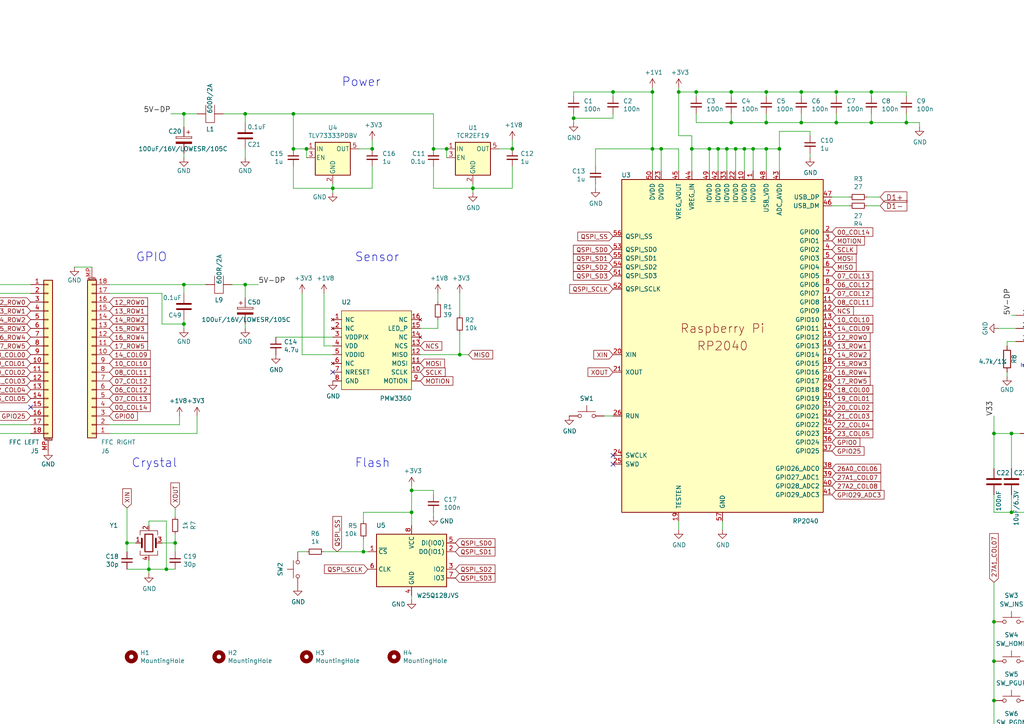
<source format=kicad_sch>
(kicad_sch (version 20211123) (generator eeschema)
  (paper "A4")
  (junction (at 379.73 232.41))
  (junction (at 288.29 214.63))
  (junction (at 105.41 160.02))
  (junction (at 222.25 35.56))
  (junction (at 306.07 125.73))
  (junction (at 311.15 48.26))
  (junction (at 288.29 125.73))
  (junction (at 262.89 35.56))
  (junction (at 200.66 43.18))
  (junction (at 196.85 26.67))
  (junction (at 347.98 156.21))
  (junction (at 288.29 226.06))
  (junction (at 354.33 53.34))
  (junction (at 431.8 184.15))
  (junction (at 201.93 26.67))
  (junction (at 119.38 142.24))
  (junction (at 96.52 54.61))
  (junction (at 177.8 26.67))
  (junction (at 431.8 110.49))
  (junction (at 48.26 165.1))
  (junction (at 218.44 43.18))
  (junction (at 421.64 212.09))
  (junction (at 252.73 26.67))
  (junction (at 323.85 180.34))
  (junction (at 323.85 226.06))
  (junction (at 350.52 111.76))
  (junction (at -12.7 82.55))
  (junction (at 316.23 91.44))
  (junction (at 189.23 43.18))
  (junction (at 372.11 53.34))
  (junction (at 421.64 194.31))
  (junction (at 232.41 35.56))
  (junction (at 340.36 24.13))
  (junction (at 323.85 203.2))
  (junction (at 125.73 43.18))
  (junction (at 85.09 43.18))
  (junction (at 306.07 58.42))
  (junction (at 431.8 222.25))
  (junction (at 212.09 35.56))
  (junction (at 431.8 125.73))
  (junction (at 50.8 157.48))
  (junction (at 71.12 82.55))
  (junction (at 191.77 43.18))
  (junction (at 358.14 1.27))
  (junction (at 389.89 184.15))
  (junction (at 43.18 165.1))
  (junction (at 222.25 26.67))
  (junction (at 88.9 43.18))
  (junction (at 36.83 157.48))
  (junction (at 288.29 203.2))
  (junction (at 232.41 26.67))
  (junction (at 71.12 33.02))
  (junction (at 288.29 191.77))
  (junction (at 288.29 180.34))
  (junction (at 53.34 33.02))
  (junction (at 379.73 173.99))
  (junction (at 133.35 102.87))
  (junction (at 148.59 43.18))
  (junction (at 119.38 148.59))
  (junction (at 421.64 173.99))
  (junction (at 212.09 26.67))
  (junction (at 210.82 43.18))
  (junction (at 323.85 214.63))
  (junction (at 323.85 191.77))
  (junction (at 213.36 43.18))
  (junction (at 215.9 43.18))
  (junction (at 242.57 26.67))
  (junction (at 293.37 148.59))
  (junction (at -30.48 82.55))
  (junction (at 379.73 194.31))
  (junction (at 53.34 82.55))
  (junction (at 318.77 125.73))
  (junction (at 129.54 43.18))
  (junction (at 312.42 125.73))
  (junction (at 340.36 1.27))
  (junction (at 401.32 17.78))
  (junction (at 306.07 148.59))
  (junction (at 358.14 24.13))
  (junction (at 334.01 111.76))
  (junction (at 189.23 26.67))
  (junction (at 53.34 93.98))
  (junction (at 205.74 43.18))
  (junction (at 208.28 43.18))
  (junction (at -12.7 93.98))
  (junction (at 411.48 110.49))
  (junction (at 300.99 148.59))
  (junction (at 107.95 43.18))
  (junction (at 417.83 110.49))
  (junction (at 166.37 34.29))
  (junction (at 137.16 54.61))
  (junction (at 222.25 43.18))
  (junction (at 389.89 222.25))
  (junction (at 421.64 232.41))
  (junction (at 252.73 35.56))
  (junction (at 85.09 33.02))
  (junction (at 293.37 125.73))
  (junction (at 242.57 35.56))
  (junction (at 345.44 140.97))
  (junction (at 417.83 12.7))
  (junction (at 331.47 68.58))
  (junction (at 226.06 43.18))
  (junction (at 353.06 107.95))
  (junction (at 353.06 115.57))
  (junction (at 379.73 212.09))
  (junction (at 312.42 148.59))
  (no_connect (at 429.26 35.56))
  (no_connect (at 96.52 107.95))
  (no_connect (at 429.26 33.02))
  (no_connect (at 401.32 125.73))
  (no_connect (at 401.32 114.3))
  (no_connect (at 439.42 25.4))
  (no_connect (at 401.32 121.92))
  (no_connect (at 8.89 118.11))
  (no_connect (at 429.26 30.48))
  (no_connect (at 177.8 134.62))
  (no_connect (at 177.8 132.08))
  (no_connect (at 411.48 16.51))
  (wire (pts (xy -12.7 85.09) (xy -12.7 82.55)))
  (wire (pts (xy 365.76 137.16) (xy 345.44 137.16)))
  (wire (pts (xy 262.89 27.94) (xy 262.89 26.67)))
  (wire (pts (xy 387.35 222.25) (xy 389.89 222.25)))
  (wire (pts (xy 334.01 111.76) (xy 334.01 115.57)))
  (wire (pts (xy 363.22 140.97) (xy 365.76 140.97)))
  (wire (pts (xy 288.29 143.51) (xy 288.29 148.59)))
  (wire (pts (xy 323.85 191.77) (xy 323.85 203.2)))
  (wire (pts (xy 67.31 82.55) (xy 71.12 82.55)))
  (wire (pts (xy 57.15 120.65) (xy 57.15 125.73)))
  (wire (pts (xy 358.14 36.83) (xy 358.14 35.56)))
  (wire (pts (xy 431.8 125.73) (xy 434.34 125.73)))
  (wire (pts (xy 177.8 27.94) (xy 177.8 26.67)))
  (wire (pts (xy 242.57 35.56) (xy 252.73 35.56)))
  (wire (pts (xy 133.35 96.52) (xy 133.35 102.87)))
  (wire (pts (xy 36.83 157.48) (xy 36.83 160.02)))
  (wire (pts (xy 408.94 187.96) (xy 408.94 194.31)))
  (wire (pts (xy 85.09 33.02) (xy 125.73 33.02)))
  (wire (pts (xy -11.43 120.65) (xy -11.43 123.19)))
  (wire (pts (xy 292.1 99.06) (xy 292.1 100.33)))
  (wire (pts (xy 379.73 194.31) (xy 379.73 196.85)))
  (wire (pts (xy 85.09 33.02) (xy 85.09 43.18)))
  (wire (pts (xy 401.32 110.49) (xy 411.48 110.49)))
  (wire (pts (xy 401.32 17.78) (xy 401.32 16.51)))
  (wire (pts (xy 433.07 215.9) (xy 431.8 215.9)))
  (wire (pts (xy 323.85 203.2) (xy 323.85 214.63)))
  (wire (pts (xy 358.14 114.3) (xy 365.76 114.3)))
  (wire (pts (xy 215.9 43.18) (xy 218.44 43.18)))
  (wire (pts (xy 96.52 100.33) (xy 93.98 100.33)))
  (wire (pts (xy 417.83 115.57) (xy 421.64 115.57)))
  (wire (pts (xy -30.48 86.36) (xy -30.48 82.55)))
  (wire (pts (xy 125.73 142.24) (xy 125.73 143.51)))
  (wire (pts (xy 345.44 152.4) (xy 345.44 156.21)))
  (wire (pts (xy 57.15 125.73) (xy 31.75 125.73)))
  (wire (pts (xy 340.36 144.78) (xy 340.36 140.97)))
  (wire (pts (xy 431.8 194.31) (xy 421.64 194.31)))
  (wire (pts (xy 389.89 194.31) (xy 379.73 194.31)))
  (wire (pts (xy 431.8 193.04) (xy 431.8 194.31)))
  (wire (pts (xy 93.98 160.02) (xy 105.41 160.02)))
  (wire (pts (xy 177.8 26.67) (xy 189.23 26.67)))
  (wire (pts (xy 457.2 205.74) (xy 457.2 207.01)))
  (wire (pts (xy 212.09 26.67) (xy 222.25 26.67)))
  (wire (pts (xy 144.78 43.18) (xy 148.59 43.18)))
  (wire (pts (xy 431.8 177.8) (xy 431.8 184.15)))
  (wire (pts (xy 334.01 107.95) (xy 339.09 107.95)))
  (wire (pts (xy 316.23 78.74) (xy 316.23 81.28)))
  (wire (pts (xy 401.32 133.35) (xy 402.59 133.35)))
  (wire (pts (xy 292.1 107.95) (xy 292.1 109.22)))
  (wire (pts (xy 43.18 151.13) (xy 48.26 151.13)))
  (wire (pts (xy 410.21 129.54) (xy 414.02 129.54)))
  (wire (pts (xy 294.64 99.06) (xy 292.1 99.06)))
  (wire (pts (xy 421.64 171.45) (xy 433.07 171.45)))
  (wire (pts (xy 213.36 49.53) (xy 213.36 43.18)))
  (wire (pts (xy 172.72 53.34) (xy 172.72 54.61)))
  (wire (pts (xy 53.34 93.98) (xy 53.34 92.71)))
  (wire (pts (xy 318.77 1.27) (xy 340.36 1.27)))
  (wire (pts (xy 421.64 171.45) (xy 421.64 173.99)))
  (wire (pts (xy 222.25 33.02) (xy 222.25 35.56)))
  (wire (pts (xy 318.77 24.13) (xy 340.36 24.13)))
  (wire (pts (xy 262.89 35.56) (xy 266.7 35.56)))
  (wire (pts (xy 431.8 13.97) (xy 431.8 16.51)))
  (wire (pts (xy 189.23 43.18) (xy 191.77 43.18)))
  (wire (pts (xy 431.8 118.11) (xy 431.8 125.73)))
  (wire (pts (xy 340.36 140.97) (xy 345.44 140.97)))
  (wire (pts (xy 288.29 168.91) (xy 288.29 180.34)))
  (wire (pts (xy 133.35 85.09) (xy 133.35 91.44)))
  (wire (pts (xy 323.85 180.34) (xy 323.85 191.77)))
  (wire (pts (xy 36.83 147.32) (xy 36.83 157.48)))
  (wire (pts (xy 358.14 107.95) (xy 358.14 110.49)))
  (wire (pts (xy 288.29 180.34) (xy 288.29 191.77)))
  (wire (pts (xy 323.85 226.06) (xy 323.85 237.49)))
  (wire (pts (xy 166.37 27.94) (xy 166.37 26.67)))
  (wire (pts (xy 189.23 26.67) (xy 189.23 43.18)))
  (wire (pts (xy 300.99 148.59) (xy 306.07 148.59)))
  (wire (pts (xy 429.26 222.25) (xy 431.8 222.25)))
  (wire (pts (xy -12.7 95.25) (xy -12.7 93.98)))
  (wire (pts (xy 201.93 33.02) (xy 201.93 35.56)))
  (wire (pts (xy -12.7 93.98) (xy -12.7 92.71)))
  (wire (pts (xy 31.75 82.55) (xy 53.34 82.55)))
  (wire (pts (xy 53.34 45.72) (xy 53.34 44.45)))
  (wire (pts (xy 208.28 43.18) (xy 210.82 43.18)))
  (wire (pts (xy 205.74 43.18) (xy 208.28 43.18)))
  (wire (pts (xy 105.41 148.59) (xy 119.38 148.59)))
  (wire (pts (xy 379.73 209.55) (xy 391.16 209.55)))
  (wire (pts (xy 300.99 148.59) (xy 300.99 151.13)))
  (wire (pts (xy 347.98 156.21) (xy 350.52 156.21)))
  (wire (pts (xy 96.52 53.34) (xy 96.52 54.61)))
  (wire (pts (xy 119.38 142.24) (xy 125.73 142.24)))
  (wire (pts (xy 416.56 40.64) (xy 416.56 31.75)))
  (wire (pts (xy 306.07 46.99) (xy 306.07 58.42)))
  (wire (pts (xy 318.77 68.58) (xy 328.93 68.58)))
  (wire (pts (xy 429.26 110.49) (xy 431.8 110.49)))
  (wire (pts (xy 119.38 142.24) (xy 119.38 140.97)))
  (wire (pts (xy 372.11 53.34) (xy 375.92 53.34)))
  (wire (pts (xy 389.89 177.8) (xy 389.89 184.15)))
  (wire (pts (xy 311.15 46.99) (xy 311.15 48.26)))
  (wire (pts (xy 372.11 66.04) (xy 372.11 64.77)))
  (wire (pts (xy 121.92 102.87) (xy 133.35 102.87)))
  (wire (pts (xy 421.64 173.99) (xy 408.94 173.99)))
  (wire (pts (xy 340.36 156.21) (xy 340.36 152.4)))
  (wire (pts (xy 340.36 1.27) (xy 346.71 1.27)))
  (wire (pts (xy 212.09 35.56) (xy 222.25 35.56)))
  (wire (pts (xy 293.37 125.73) (xy 295.91 125.73)))
  (wire (pts (xy 379.73 173.99) (xy 379.73 171.45)))
  (wire (pts (xy 200.66 49.53) (xy 200.66 43.18)))
  (wire (pts (xy 354.33 55.88) (xy 354.33 53.34)))
  (wire (pts (xy 252.73 35.56) (xy 262.89 35.56)))
  (wire (pts (xy 196.85 39.37) (xy 196.85 26.67)))
  (wire (pts (xy 359.41 102.87) (xy 365.76 102.87)))
  (wire (pts (xy 71.12 33.02) (xy 64.77 33.02)))
  (wire (pts (xy 191.77 43.18) (xy 191.77 49.53)))
  (wire (pts (xy 166.37 34.29) (xy 166.37 35.56)))
  (wire (pts (xy -12.7 82.55) (xy -19.05 82.55)))
  (wire (pts (xy 71.12 45.72) (xy 71.12 43.18)))
  (wire (pts (xy 222.25 43.18) (xy 226.06 43.18)))
  (wire (pts (xy 96.52 54.61) (xy 96.52 55.88)))
  (wire (pts (xy 417.83 8.89) (xy 417.83 12.7)))
  (wire (pts (xy 50.8 157.48) (xy 50.8 160.02)))
  (wire (pts (xy 340.36 3.81) (xy 340.36 1.27)))
  (wire (pts (xy 127 95.25) (xy 127 92.71)))
  (wire (pts (xy 389.89 184.15) (xy 389.89 185.42)))
  (wire (pts (xy 46.99 93.98) (xy 53.34 93.98)))
  (wire (pts (xy 107.95 40.64) (xy 107.95 43.18)))
  (wire (pts (xy 345.44 137.16) (xy 345.44 140.97)))
  (wire (pts (xy 367.03 194.31) (xy 379.73 194.31)))
  (wire (pts (xy 345.44 140.97) (xy 350.52 140.97)))
  (wire (pts (xy 358.14 13.97) (xy 358.14 12.7)))
  (wire (pts (xy 339.09 53.34) (xy 354.33 53.34)))
  (wire (pts (xy 241.3 57.15) (xy 246.38 57.15)))
  (wire (pts (xy 293.37 91.44) (xy 294.64 91.44)))
  (wire (pts (xy 354.33 24.13) (xy 358.14 24.13)))
  (wire (pts (xy 288.29 191.77) (xy 288.29 203.2)))
  (wire (pts (xy 316.23 88.9) (xy 316.23 91.44)))
  (wire (pts (xy 312.42 125.73) (xy 318.77 125.73)))
  (wire (pts (xy 379.73 232.41) (xy 379.73 234.95)))
  (wire (pts (xy 166.37 33.02) (xy 166.37 34.29)))
  (wire (pts (xy 43.18 162.56) (xy 43.18 165.1)))
  (wire (pts (xy 318.77 21.59) (xy 318.77 1.27)))
  (wire (pts (xy 367.03 226.06) (xy 367.03 232.41)))
  (wire (pts (xy 212.09 27.94) (xy 212.09 26.67)))
  (wire (pts (xy 71.12 33.02) (xy 85.09 33.02)))
  (wire (pts (xy 379.73 173.99) (xy 367.03 173.99)))
  (wire (pts (xy 334.01 107.95) (xy 334.01 111.76)))
  (wire (pts (xy 391.16 215.9) (xy 389.89 215.9)))
  (wire (pts (xy 421.64 232.41) (xy 421.64 234.95)))
  (wire (pts (xy 306.07 58.42) (xy 306.07 59.69)))
  (wire (pts (xy 346.71 107.95) (xy 353.06 107.95)))
  (wire (pts (xy 172.72 48.26) (xy 172.72 43.18)))
  (wire (pts (xy 340.36 36.83) (xy 340.36 34.29)))
  (wire (pts (xy 436.88 25.4) (xy 416.56 25.4)))
  (wire (pts (xy 201.93 27.94) (xy 201.93 26.67)))
  (wire (pts (xy 318.77 148.59) (xy 318.77 142.24)))
  (wire (pts (xy 339.09 63.5) (xy 339.09 68.58)))
  (wire (pts (xy 226.06 38.1) (xy 234.95 38.1)))
  (wire (pts (xy 166.37 34.29) (xy 177.8 34.29)))
  (wire (pts (xy 53.34 33.02) (xy 49.53 33.02)))
  (wire (pts (xy 457.2 191.77) (xy 457.2 195.58)))
  (wire (pts (xy 358.14 1.27) (xy 361.95 1.27)))
  (wire (pts (xy 421.64 212.09) (xy 408.94 212.09)))
  (wire (pts (xy -11.43 123.19) (xy 8.89 123.19)))
  (wire (pts (xy 350.52 140.97) (xy 350.52 144.78)))
  (wire (pts (xy 411.48 110.49) (xy 417.83 110.49)))
  (wire (pts (xy 104.14 43.18) (xy 107.95 43.18)))
  (wire (pts (xy 353.06 114.3) (xy 353.06 115.57)))
  (wire (pts (xy 431.8 115.57) (xy 431.8 110.49)))
  (wire (pts (xy 431.8 231.14) (xy 431.8 232.41)))
  (wire (pts (xy 119.38 148.59) (xy 119.38 152.4)))
  (wire (pts (xy 323.85 214.63) (xy 323.85 226.06)))
  (wire (pts (xy 401.32 118.11) (xy 431.8 118.11)))
  (wire (pts (xy 379.73 171.45) (xy 391.16 171.45)))
  (wire (pts (xy 205.74 49.53) (xy 205.74 43.18)))
  (wire (pts (xy 339.09 68.58) (xy 331.47 68.58)))
  (wire (pts (xy 210.82 49.53) (xy 210.82 43.18)))
  (wire (pts (xy 87.63 102.87) (xy 87.63 85.09)))
  (wire (pts (xy 417.83 12.7) (xy 417.83 15.24)))
  (wire (pts (xy 293.37 143.51) (xy 293.37 148.59)))
  (wire (pts (xy 417.83 8.89) (xy 416.56 8.89)))
  (wire (pts (xy 107.95 54.61) (xy 96.52 54.61)))
  (wire (pts (xy 316.23 99.06) (xy 314.96 99.06)))
  (wire (pts (xy 121.92 95.25) (xy 127 95.25)))
  (wire (pts (xy 93.98 100.33) (xy 93.98 85.09)))
  (wire (pts (xy 215.9 49.53) (xy 215.9 43.18)))
  (wire (pts (xy 421.64 209.55) (xy 433.07 209.55)))
  (wire (pts (xy 50.8 157.48) (xy 50.8 154.94)))
  (wire (pts (xy 200.66 43.18) (xy 205.74 43.18)))
  (wire (pts (xy 232.41 33.02) (xy 232.41 35.56)))
  (wire (pts (xy 232.41 27.94) (xy 232.41 26.67)))
  (wire (pts (xy 340.36 26.67) (xy 340.36 24.13)))
  (wire (pts (xy 222.25 26.67) (xy 232.41 26.67)))
  (wire (pts (xy 408.94 173.99) (xy 408.94 180.34)))
  (wire (pts (xy 222.25 49.53) (xy 222.25 43.18)))
  (wire (pts (xy 57.15 33.02) (xy 53.34 33.02)))
  (wire (pts (xy 105.41 160.02) (xy 106.68 160.02)))
  (wire (pts (xy 71.12 82.55) (xy 74.93 82.55)))
  (wire (pts (xy 417.83 110.49) (xy 417.83 115.57)))
  (wire (pts (xy 350.52 111.76) (xy 355.6 111.76)))
  (wire (pts (xy 252.73 27.94) (xy 252.73 26.67)))
  (wire (pts (xy 401.32 30.48) (xy 401.32 31.75)))
  (wire (pts (xy 251.46 57.15) (xy 255.27 57.15)))
  (wire (pts (xy 306.07 125.73) (xy 306.07 134.62)))
  (wire (pts (xy 353.06 107.95) (xy 358.14 107.95)))
  (wire (pts (xy 354.33 53.34) (xy 360.68 53.34)))
  (wire (pts (xy 334.01 115.57) (xy 339.09 115.57)))
  (wire (pts (xy 345.44 156.21) (xy 347.98 156.21)))
  (wire (pts (xy 52.07 123.19) (xy 31.75 123.19)))
  (wire (pts (xy 316.23 91.44) (xy 318.77 91.44)))
  (wire (pts (xy 429.26 40.64) (xy 416.56 40.64)))
  (wire (pts (xy 429.26 125.73) (xy 431.8 125.73)))
  (wire (pts (xy 408.94 194.31) (xy 421.64 194.31)))
  (wire (pts (xy 354.33 66.04) (xy 354.33 63.5)))
  (wire (pts (xy 416.56 25.4) (xy 416.56 29.21)))
  (wire (pts (xy 379.73 209.55) (xy 379.73 212.09)))
  (wire (pts (xy 218.44 49.53) (xy 218.44 43.18)))
  (wire (pts (xy 125.73 43.18) (xy 129.54 43.18)))
  (wire (pts (xy 389.89 222.25) (xy 389.89 223.52)))
  (wire (pts (xy 107.95 48.26) (xy 107.95 54.61)))
  (wire (pts (xy 308.61 48.26) (xy 311.15 48.26)))
  (wire (pts (xy 293.37 135.89) (xy 293.37 125.73)))
  (wire (pts (xy 232.41 26.67) (xy 242.57 26.67)))
  (wire (pts (xy 129.54 45.72) (xy 129.54 43.18)))
  (wire (pts (xy 8.89 85.09) (xy -6.35 85.09)))
  (wire (pts (xy 119.38 148.59) (xy 119.38 142.24)))
  (wire (pts (xy 125.73 148.59) (xy 125.73 149.86)))
  (wire (pts (xy 358.14 27.94) (xy 358.14 24.13)))
  (wire (pts (xy 222.25 35.56) (xy 232.41 35.56)))
  (wire (pts (xy 53.34 36.83) (xy 53.34 33.02)))
  (wire (pts (xy 85.09 43.18) (xy 88.9 43.18)))
  (wire (pts (xy 251.46 59.69) (xy 255.27 59.69)))
  (wire (pts (xy 200.66 43.18) (xy 200.66 39.37)))
  (wire (pts (xy 334.01 111.76) (xy 331.47 111.76)))
  (wire (pts (xy 50.8 165.1) (xy 48.26 165.1)))
  (wire (pts (xy 52.07 120.65) (xy 52.07 123.19)))
  (wire (pts (xy 367.03 187.96) (xy 367.03 194.31)))
  (wire (pts (xy 210.82 43.18) (xy 213.36 43.18)))
  (wire (pts (xy 431.8 222.25) (xy 431.8 223.52)))
  (wire (pts (xy 391.16 177.8) (xy 389.89 177.8)))
  (wire (pts (xy 372.11 57.15) (xy 372.11 53.34)))
  (wire (pts (xy 213.36 43.18) (xy 215.9 43.18)))
  (wire (pts (xy 368.3 53.34) (xy 372.11 53.34)))
  (wire (pts (xy 53.34 85.09) (xy 53.34 82.55)))
  (wire (pts (xy 166.37 26.67) (xy 177.8 26.67)))
  (wire (pts (xy 252.73 33.02) (xy 252.73 35.56)))
  (wire (pts (xy 421.64 209.55) (xy 421.64 212.09)))
  (wire (pts (xy 408.94 232.41) (xy 421.64 232.41)))
  (wire (pts (xy 421.64 194.31) (xy 421.64 196.85)))
  (wire (pts (xy 242.57 26.67) (xy 252.73 26.67)))
  (wire (pts (xy 172.72 43.18) (xy 189.23 43.18)))
  (wire (pts (xy 314.96 91.44) (xy 316.23 91.44)))
  (wire (pts (xy 71.12 95.25) (xy 71.12 93.98)))
  (wire (pts (xy 408.94 226.06) (xy 408.94 232.41)))
  (wire (pts (xy 316.23 91.44) (xy 316.23 99.06)))
  (wire (pts (xy 137.16 53.34) (xy 137.16 54.61)))
  (wire (pts (xy 88.9 45.72) (xy 88.9 43.18)))
  (wire (pts (xy 387.35 184.15) (xy 389.89 184.15)))
  (wire (pts (xy 196.85 151.13) (xy 196.85 153.67)))
  (wire (pts (xy 148.59 40.64) (xy 148.59 43.18)))
  (wire (pts (xy 318.77 58.42) (xy 318.77 68.58)))
  (wire (pts (xy 334.01 111.76) (xy 350.52 111.76)))
  (wire (pts (xy 306.07 148.59) (xy 306.07 142.24)))
  (wire (pts (xy 48.26 151.13) (xy 48.26 165.1)))
  (wire (pts (xy 226.06 43.18) (xy 226.06 49.53)))
  (wire (pts (xy 389.89 231.14) (xy 389.89 232.41)))
  (wire (pts (xy 306.07 148.59) (xy 312.42 148.59)))
  (wire (pts (xy 389.89 232.41) (xy 379.73 232.41)))
  (wire (pts (xy 340.36 13.97) (xy 340.36 11.43)))
  (wire (pts (xy 431.8 184.15) (xy 431.8 185.42)))
  (wire (pts (xy 175.26 120.65) (xy 177.8 120.65)))
  (wire (pts (xy 367.03 173.99) (xy 367.03 180.34)))
  (wire (pts (xy 389.89 193.04) (xy 389.89 194.31)))
  (wire (pts (xy 367.03 212.09) (xy 367.03 218.44)))
  (wire (pts (xy 36.83 165.1) (xy 43.18 165.1)))
  (wire (pts (xy 232.41 35.56) (xy 242.57 35.56)))
  (wire (pts (xy 127 87.63) (xy 127 85.09)))
  (wire (pts (xy 308.61 46.99) (xy 308.61 48.26)))
  (wire (pts (xy 312.42 148.59) (xy 318.77 148.59)))
  (wire (pts (xy 414.02 129.54) (xy 414.02 133.35)))
  (wire (pts (xy -26.67 82.55) (xy -30.48 82.55)))
  (wire (pts (xy 353.06 107.95) (xy 353.06 109.22)))
  (wire (pts (xy 408.94 212.09) (xy 408.94 218.44)))
  (wire (pts (xy 353.06 115.57) (xy 358.14 115.57)))
  (wire (pts (xy 242.57 33.02) (xy 242.57 35.56)))
  (wire (pts (xy 411.48 109.22) (xy 411.48 110.49)))
  (wire (pts (xy 234.95 44.45) (xy 234.95 45.72)))
  (wire (pts (xy 218.44 43.18) (xy 222.25 43.18)))
  (wire (pts (xy 133.35 102.87) (xy 135.89 102.87)))
  (wire (pts (xy 189.23 25.4) (xy 189.23 26.67)))
  (wire (pts (xy 262.89 33.02) (xy 262.89 35.56)))
  (wire (pts (xy 8.89 82.55) (xy -12.7 82.55)))
  (wire (pts (xy 137.16 54.61) (xy 137.16 55.88)))
  (wire (pts (xy 318.77 125.73) (xy 322.58 125.73)))
  (wire (pts (xy 350.52 156.21) (xy 350.52 152.4)))
  (wire (pts (xy 358.14 115.57) (xy 358.14 114.3)))
  (wire (pts (xy 358.14 110.49) (xy 365.76 110.49)))
  (wire (pts (xy 46.99 85.09) (xy 46.99 93.98)))
  (wire (pts (xy 226.06 38.1) (xy 226.06 43.18)))
  (wire (pts (xy 431.8 232.41) (xy 421.64 232.41)))
  (wire (pts (xy 212.09 33.02) (xy 212.09 35.56)))
  (wire (pts (xy 431.8 110.49) (xy 434.34 110.49)))
  (wire (pts (xy 312.42 148.59) (xy 312.42 142.24)))
  (wire (pts (xy 345.44 140.97) (xy 345.44 144.78)))
  (wire (pts (xy 53.34 95.25) (xy 53.34 93.98)))
  (wire (pts (xy 288.29 214.63) (xy 288.29 226.06)))
  (wire (pts (xy 53.34 82.55) (xy 59.69 82.55)))
  (wire (pts (xy 201.93 26.67) (xy 212.09 26.67)))
  (wire (pts (xy 189.23 43.18) (xy 189.23 49.53)))
  (wire (pts (xy 196.85 25.4) (xy 196.85 26.67)))
  (wire (pts (xy 288.29 226.06) (xy 288.29 237.49)))
  (wire (pts (xy 177.8 34.29) (xy 177.8 33.02)))
  (wire (pts (xy 354.33 1.27) (xy 358.14 1.27)))
  (wire (pts (xy 401.32 17.78) (xy 401.32 22.86)))
  (wire (pts (xy 379.73 212.09) (xy 367.03 212.09)))
  (wire (pts (xy 311.15 48.26) (xy 311.15 49.53)))
  (wire (pts (xy 71.12 35.56) (xy 71.12 33.02)))
  (wire (pts (xy 196.85 43.18) (xy 196.85 49.53)))
  (wire (pts (xy 288.29 148.59) (xy 293.37 148.59)))
  (wire (pts (xy 125.73 48.26) (xy 125.73 54.61)))
  (wire (pts (xy -30.48 82.55) (xy -34.29 82.55)))
  (wire (pts (xy 358.14 24.13) (xy 361.95 24.13)))
  (wire (pts (xy -16.51 120.65) (xy -16.51 125.73)))
  (wire (pts (xy 191.77 43.18) (xy 196.85 43.18)))
  (wire (pts (xy 266.7 35.56) (xy 266.7 36.83)))
  (wire (pts (xy 367.03 232.41) (xy 379.73 232.41)))
  (wire (pts (xy 417.83 110.49) (xy 421.64 110.49)))
  (wire (pts (xy 306.07 125.73) (xy 312.42 125.73)))
  (wire (pts (xy 125.73 54.61) (xy 137.16 54.61)))
  (wire (pts (xy 234.95 39.37) (xy 234.95 38.1)))
  (wire (pts (xy 433.07 177.8) (xy 431.8 177.8)))
  (wire (pts (xy 288.29 203.2) (xy 288.29 214.63)))
  (wire (pts (xy 414.02 133.35) (xy 410.21 133.35)))
  (wire (pts (xy 346.71 115.57) (xy 353.06 115.57)))
  (wire (pts (xy 419.1 125.73) (xy 421.64 125.73)))
  (wire (pts (xy 401.32 140.97) (xy 403.86 140.97)))
  (wire (pts (xy 288.29 120.65) (xy 288.29 125.73)))
  (wire (pts (xy 46.99 157.48) (xy 50.8 157.48)))
  (wire (pts (xy 85.09 54.61) (xy 96.52 54.61)))
  (wire (pts (xy 119.38 172.72) (xy 119.38 173.99)))
  (wire (pts (xy 43.18 165.1) (xy 43.18 166.37)))
  (wire (pts (xy 347.98 158.75) (xy 347.98 156.21)))
  (wire (pts (xy 312.42 125.73) (xy 312.42 134.62)))
  (wire (pts (xy 303.53 125.73) (xy 306.07 125.73)))
  (wire (pts (xy 429.26 184.15) (xy 431.8 184.15)))
  (wire (pts (xy 441.96 125.73) (xy 444.5 125.73)))
  (wire (pts (xy -6.35 85.09) (xy -6.35 93.98)))
  (wire (pts (xy 209.55 151.13) (xy 209.55 153.67)))
  (wire (pts (xy 200.66 39.37) (xy 196.85 39.37)))
  (wire (pts (xy 323.85 180.34) (xy 323.85 168.91)))
  (wire (pts (xy 288.29 125.73) (xy 293.37 125.73)))
  (wire (pts (xy 50.8 149.86) (xy 50.8 147.32)))
  (wire (pts (xy 21.59 77.47) (xy 26.67 77.47)))
  (wire (pts (xy 105.41 151.13) (xy 105.41 148.59)))
  (wire (pts (xy 293.37 148.59) (xy 300.99 148.59)))
  (wire (pts (xy 31.75 85.09) (xy 46.99 85.09)))
  (wire (pts (xy 457.2 207.01) (xy 461.01 207.01)))
  (wire (pts (xy 401.32 129.54) (xy 402.59 129.54)))
  (wire (pts (xy 241.3 59.69) (xy 246.38 59.69)))
  (wire (pts (xy 43.18 152.4) (xy 43.18 151.13)))
  (wire (pts (xy 96.52 102.87) (xy 87.63 102.87)))
  (wire (pts (xy 429.26 115.57) (xy 431.8 115.57)))
  (wire (pts (xy 340.36 24.13) (xy 346.71 24.13)))
  (wire (pts (xy 289.56 95.25) (xy 294.64 95.25)))
  (wire (pts (xy 148.59 54.61) (xy 137.16 54.61)))
  (wire (pts (xy 318.77 125.73) (xy 318.77 134.62)))
  (wire (pts (xy -30.48 95.25) (xy -30.48 93.98)))
  (wire (pts (xy -6.35 93.98) (xy -12.7 93.98)))
  (wire (pts (xy -16.51 125.73) (xy 8.89 125.73)))
  (wire (pts (xy 222.25 27.94) (xy 222.25 26.67)))
  (wire (pts (xy 212.09 35.56) (xy 201.93 35.56)))
  (wire (pts (xy 86.36 160.02) (xy 88.9 160.02)))
  (wire (pts (xy 71.12 86.36) (xy 71.12 82.55)))
  (wire (pts (xy 48.26 165.1) (xy 43.18 165.1)))
  (wire (pts (xy 389.89 215.9) (xy 389.89 222.25)))
  (wire (pts (xy 242.57 27.94) (xy 242.57 26.67)))
  (wire (pts (xy 125.73 33.02) (xy 125.73 43.18)))
  (wire (pts (xy 39.37 157.48) (xy 36.83 157.48)))
  (wire (pts (xy 80.01 97.79) (xy 96.52 97.79)))
  (wire (pts (xy 148.59 48.26) (xy 148.59 54.61)))
  (wire (pts (xy 416.56 29.21) (xy 414.02 29.21)))
  (wire (pts (xy 208.28 49.53) (xy 208.28 43.18)))
  (wire (pts (xy 196.85 26.67) (xy 201.93 26.67)))
  (wire (pts (xy 431.8 215.9) (xy 431.8 222.25)))
  (wire (pts (xy 105.41 156.21) (xy 105.41 160.02)))
  (wire (pts (xy 288.29 125.73) (xy 288.29 135.89)))
  (wire (pts (xy 85.09 48.26) (xy 85.09 54.61)))
  (wire (pts (xy 457.2 191.77) (xy 461.01 191.77)))
  (wire (pts (xy 416.56 6.35) (xy 431.8 6.35)))
  (wire (pts (xy 408.94 31.75) (xy 416.56 31.75)))
  (wire (pts (xy 252.73 26.67) (xy 262.89 26.67)))
  (wire (pts (xy 306.07 67.31) (xy 306.07 68.58)))
  (wire (pts (xy 349.25 102.87) (xy 351.79 102.87)))
  (wire (pts (xy 306.07 58.42) (xy 318.77 58.42)))
  (wire (pts (xy 358.14 5.08) (xy 358.14 1.27)))
  (text "GPIO" (at 39.37 76.2 0) (effects (font (size 2.54 2.54)) (justify left bottom)))
  (text "Crystal" (at 38.1 135.89 0) (effects (font (size 2.54 2.54)) (justify left bottom)))
  (text "Sensor" (at 102.87 76.2 0) (effects (font (size 2.54 2.54)) (justify left bottom)))
  (text "Power" (at 99.06 25.4 0) (effects (font (size 2.54 2.54)) (justify left bottom)))
  (text "Iset = 6800 / R22 = 1.4A" (at 295.91 106.68 0) (effects (font (size 0.9906 0.9906)) (justify left bottom)))
  (text "USB" (at 411.48 0 180) (effects (font (size 2.54 2.54)) (justify right bottom)))
  (text "Flash" (at 102.87 135.89 0) (effects (font (size 2.54 2.54)) (justify left bottom)))
  (label "5V-DP" (at 411.48 109.22 90) (effects (font (size 1.524 1.524))))
  (label "AVDD" (at 365.76 125.73 180) (effects (font (size 1.524 1.524))))
  (label "5V-DP" (at 444.5 125.73 0) (effects (font (size 1.524 1.524))))
  (label "5V-DP" (at 74.93 82.55 0) (effects (font (size 1.524 1.524))))
  (label "5V-IN-USB" (at 401.32 22.86 180) (effects (font (size 1.524 1.524))))
  (label "V33" (at 401.32 137.16 0) (effects (font (size 1.524 1.524))))
  (label "AVDD" (at 322.58 125.73 0) (effects (font (size 1.524 1.524))))
  (label "5V-DP" (at 361.95 1.27 0) (effects (font (size 1.524 1.524))))
  (label "5V-DP" (at -34.29 82.55 180) (effects (font (size 1.524 1.524))))
  (label "AVDD" (at 365.76 106.68 180) (effects (font (size 1.524 1.524))))
  (label "V33" (at 288.29 120.65 90) (effects (font (size 1.524 1.524))))
  (label "5V-IN-USB" (at 340.36 156.21 180) (effects (font (size 1.524 1.524))))
  (label "5V-DP" (at 49.53 33.02 180) (effects (font (size 1.524 1.524))))
  (label "5V" (at 401.32 31.75 270) (effects (font (size 1.524 1.524))))
  (label "AVDD" (at 365.76 91.44 180) (effects (font (size 1.524 1.524))))
  (label "5V-DP" (at 361.95 24.13 0) (effects (font (size 1.524 1.524))))
  (label "5V" (at 318.77 91.44 0) (effects (font (size 1.524 1.524))))
  (label "5V-DP" (at 293.37 91.44 90) (effects (font (size 1.524 1.524))))
  (label "V33" (at 414.02 132.08 0) (effects (font (size 1.524 1.524))))
  (label "V33" (at 401.32 106.68 0) (effects (font (size 1.524 1.524))))
  (label "5V-DP" (at 375.92 53.34 0) (effects (font (size 1.524 1.524))))
  (global_label "10_COL10" (shape input) (at 241.3 92.71 0) (property "Intersheet References" "${INTERSHEET_REFS}" (effects hide)))
  (global_label "19_COL01" (shape input) (at 8.89 105.41 180) (property "Intersheet References" "${INTERSHEET_REFS}" (effects hide)))
  (global_label "D2+" (shape input) (at 365.76 99.06 180) (effects (font (size 1.524 1.524))) (property "Intersheet References" "${INTERSHEET_REFS}" (effects hide)))
  (global_label "13_ROW1" (shape input) (at 391.16 177.8 0) (property "Intersheet References" "${INTERSHEET_REFS}" (effects hide)))
  (global_label "18_COL00" (shape input) (at 241.3 113.03 0) (property "Intersheet References" "${INTERSHEET_REFS}" (effects hide)))
  (global_label "00_COL14" (shape input) (at 31.75 118.11 0) (property "Intersheet References" "${INTERSHEET_REFS}" (effects hide)))
  (global_label "20_COL02" (shape input) (at 8.89 107.95 180) (property "Intersheet References" "${INTERSHEET_REFS}" (effects hide)))
  (global_label "D4+" (shape input) (at 365.76 133.35 180) (effects (font (size 1.524 1.524))) (property "Intersheet References" "${INTERSHEET_REFS}" (effects hide)))
  (global_label "07_COL13" (shape input) (at 31.75 115.57 0) (property "Intersheet References" "${INTERSHEET_REFS}" (effects hide)))
  (global_label "14_ROW2" (shape input) (at 31.75 92.71 0) (property "Intersheet References" "${INTERSHEET_REFS}" (effects hide)))
  (global_label "NCS" (shape input) (at 121.92 100.33 0) (property "Intersheet References" "${INTERSHEET_REFS}" (effects hide)))
  (global_label "14_ROW2" (shape input) (at 306.07 203.2 0) (property "Intersheet References" "${INTERSHEET_REFS}" (effects hide)))
  (global_label "QSPI_SS" (shape input) (at 177.8 68.58 180) (property "Intersheet References" "${INTERSHEET_REFS}" (effects hide)))
  (global_label "27A1_COL07" (shape input) (at 241.3 138.43 0) (property "Intersheet References" "${INTERSHEET_REFS}" (effects hide)))
  (global_label "QSPI_SD1" (shape input) (at 132.08 160.02 0) (property "Intersheet References" "${INTERSHEET_REFS}" (effects hide)))
  (global_label "21_COL03" (shape input) (at 241.3 120.65 0) (property "Intersheet References" "${INTERSHEET_REFS}" (effects hide)))
  (global_label "MISO" (shape input) (at 135.89 102.87 0) (property "Intersheet References" "${INTERSHEET_REFS}" (effects hide)))
  (global_label "12_ROW0" (shape input) (at 241.3 97.79 0) (property "Intersheet References" "${INTERSHEET_REFS}" (effects hide)))
  (global_label "D1+" (shape input) (at 255.27 57.15 0) (effects (font (size 1.524 1.524))) (property "Intersheet References" "${INTERSHEET_REFS}" (effects hide)))
  (global_label "27A2_COL08" (shape input) (at 241.3 140.97 0) (property "Intersheet References" "${INTERSHEET_REFS}" (effects hide)))
  (global_label "15_ROW3" (shape input) (at 241.3 105.41 0) (property "Intersheet References" "${INTERSHEET_REFS}" (effects hide)))
  (global_label "GPIO0" (shape input) (at 31.75 120.65 0) (property "Intersheet References" "${INTERSHEET_REFS}" (effects hide)))
  (global_label "14_ROW2" (shape input) (at 433.07 177.8 0) (property "Intersheet References" "${INTERSHEET_REFS}" (effects hide)))
  (global_label "QSPI_SD1" (shape input) (at 177.8 74.93 180) (property "Intersheet References" "${INTERSHEET_REFS}" (effects hide)))
  (global_label "18_COL00" (shape input) (at 8.89 102.87 180) (property "Intersheet References" "${INTERSHEET_REFS}" (effects hide)))
  (global_label "15_ROW3" (shape input) (at 341.63 214.63 0) (property "Intersheet References" "${INTERSHEET_REFS}" (effects hide)))
  (global_label "D4-" (shape input) (at 365.76 129.54 180) (effects (font (size 1.524 1.524))) (property "Intersheet References" "${INTERSHEET_REFS}" (effects hide)))
  (global_label "D1-" (shape input) (at 401.32 95.25 0) (effects (font (size 1.524 1.524))) (property "Intersheet References" "${INTERSHEET_REFS}" (effects hide)))
  (global_label "23_COL05" (shape input) (at 241.3 125.73 0) (property "Intersheet References" "${INTERSHEET_REFS}" (effects hide)))
  (global_label "D0+" (shape input) (at 408.94 16.51 270) (effects (font (size 1.524 1.524))) (property "Intersheet References" "${INTERSHEET_REFS}" (effects hide)))
  (global_label "14_ROW2" (shape input) (at 341.63 203.2 0) (property "Intersheet References" "${INTERSHEET_REFS}" (effects hide)))
  (global_label "XOUT" (shape input) (at 177.8 107.95 180) (property "Intersheet References" "${INTERSHEET_REFS}" (effects hide)))
  (global_label "GPIO25" (shape input) (at 241.3 130.81 0) (property "Intersheet References" "${INTERSHEET_REFS}" (effects hide)))
  (global_label "XOUT" (shape input) (at 50.8 147.32 90) (property "Intersheet References" "${INTERSHEET_REFS}" (effects hide)))
  (global_label "26A0_COL06" (shape input) (at 433.07 171.45 0) (property "Intersheet References" "${INTERSHEET_REFS}" (effects hide)))
  (global_label "14_ROW2" (shape input) (at 8.89 92.71 180) (property "Intersheet References" "${INTERSHEET_REFS}" (effects hide)))
  (global_label "D1-" (shape input) (at 255.27 59.69 0) (effects (font (size 1.524 1.524))) (property "Intersheet References" "${INTERSHEET_REFS}" (effects hide)))
  (global_label "GPIO29_ADC3" (shape input) (at 241.3 143.51 0) (property "Intersheet References" "${INTERSHEET_REFS}" (effects hide)))
  (global_label "06_COL12" (shape input) (at 31.75 113.03 0) (property "Intersheet References" "${INTERSHEET_REFS}" (effects hide)))
  (global_label "GPIO25" (shape input) (at 8.89 120.65 180) (property "Intersheet References" "${INTERSHEET_REFS}" (effects hide)))
  (global_label "16_ROW4" (shape input) (at 341.63 226.06 0) (property "Intersheet References" "${INTERSHEET_REFS}" (effects hide)))
  (global_label "27A1_COL07" (shape input) (at 288.29 168.91 90) (property "Intersheet References" "${INTERSHEET_REFS}" (effects hide)))
  (global_label "17_ROW5" (shape input) (at 241.3 110.49 0) (property "Intersheet References" "${INTERSHEET_REFS}" (effects hide)))
  (global_label "08_COL11" (shape input) (at 241.3 87.63 0) (property "Intersheet References" "${INTERSHEET_REFS}" (effects hide)))
  (global_label "QSPI_SD2" (shape input) (at 177.8 77.47 180) (property "Intersheet References" "${INTERSHEET_REFS}" (effects hide)))
  (global_label "20_COL02" (shape input) (at 241.3 118.11 0) (property "Intersheet References" "${INTERSHEET_REFS}" (effects hide)))
  (global_label "12_ROW0" (shape input) (at 8.89 87.63 180) (property "Intersheet References" "${INTERSHEET_REFS}" (effects hide)))
  (global_label "16_ROW4" (shape input) (at 8.89 97.79 180) (property "Intersheet References" "${INTERSHEET_REFS}" (effects hide)))
  (global_label "QSPI_SCLK" (shape input) (at 106.68 165.1 180) (property "Intersheet References" "${INTERSHEET_REFS}" (effects hide)))
  (global_label "D3-" (shape input) (at 318.77 36.83 0) (effects (font (size 1.524 1.524))) (property "Intersheet References" "${INTERSHEET_REFS}" (effects hide)))
  (global_label "26A0_COL06" (shape input) (at 241.3 135.89 0) (property "Intersheet References" "${INTERSHEET_REFS}" (effects hide)))
  (global_label "D1+" (shape input) (at 401.32 91.44 0) (effects (font (size 1.524 1.524))) (property "Intersheet References" "${INTERSHEET_REFS}" (effects hide)))
  (global_label "GPIO0" (shape input) (at 241.3 128.27 0) (property "Intersheet References" "${INTERSHEET_REFS}" (effects hide)))
  (global_label "QSPI_SD0" (shape input) (at 132.08 157.48 0) (property "Intersheet References" "${INTERSHEET_REFS}" (effects hide)))
  (global_label "D0-" (shape input) (at 406.4 16.51 270) (effects (font (size 1.524 1.524))) (property "Intersheet References" "${INTERSHEET_REFS}" (effects hide)))
  (global_label "12_ROW0" (shape input) (at 341.63 180.34 0) (property "Intersheet References" "${INTERSHEET_REFS}" (effects hide)))
  (global_label "17_ROW5" (shape input) (at 31.75 100.33 0) (property "Intersheet References" "${INTERSHEET_REFS}" (effects hide)))
  (global_label "12_ROW0" (shape input) (at 306.07 180.34 0) (property "Intersheet References" "${INTERSHEET_REFS}" (effects hide)))
  (global_label "D4+" (shape input) (at 339.09 58.42 0) (effects (font (size 1.524 1.524))) (property "Intersheet References" "${INTERSHEET_REFS}" (effects hide)))
  (global_label "15_ROW3" (shape input) (at 306.07 214.63 0) (property "Intersheet References" "${INTERSHEET_REFS}" (effects hide)))
  (global_label "QSPI_SD3" (shape input) (at 132.08 167.64 0) (property "Intersheet References" "${INTERSHEET_REFS}" (effects hide)))
  (global_label "10_COL10" (shape input) (at 31.75 105.41 0) (property "Intersheet References" "${INTERSHEET_REFS}" (effects hide)))
  (global_label "15_ROW3" (shape input) (at 8.89 95.25 180) (property "Intersheet References" "${INTERSHEET_REFS}" (effects hide)))
  (global_label "QSPI_SS" (shape input) (at 97.79 160.02 90) (property "Intersheet References" "${INTERSHEET_REFS}" (effects hide)))
  (global_label "16_ROW4" (shape input) (at 241.3 107.95 0) (property "Intersheet References" "${INTERSHEET_REFS}" (effects hide)))
  (global_label "QSPI_SD3" (shape input) (at 177.8 80.01 180) (property "Intersheet References" "${INTERSHEET_REFS}" (effects hide)))
  (global_label "17_ROW5" (shape input) (at 8.89 100.33 180) (property "Intersheet References" "${INTERSHEET_REFS}" (effects hide)))
  (global_label "26A0_COL06" (shape input) (at 461.01 191.77 0) (property "Intersheet References" "${INTERSHEET_REFS}" (effects hide)))
  (global_label "XIN" (shape input) (at 36.83 147.32 90) (property "Intersheet References" "${INTERSHEET_REFS}" (effects hide)))
  (global_label "08_COL11" (shape input) (at 31.75 107.95 0) (property "Intersheet References" "${INTERSHEET_REFS}" (effects hide)))
  (global_label "13_ROW1" (shape input) (at 341.63 191.77 0) (property "Intersheet References" "${INTERSHEET_REFS}" (effects hide)))
  (global_label "D4-" (shape input) (at 339.09 60.96 0) (effects (font (size 1.524 1.524))) (property "Intersheet References" "${INTERSHEET_REFS}" (effects hide)))
  (global_label "13_ROW1" (shape input) (at 241.3 100.33 0) (property "Intersheet References" "${INTERSHEET_REFS}" (effects hide)))
  (global_label "D3-" (shape input) (at 365.76 118.11 180) (effects (font (size 1.524 1.524))) (property "Intersheet References" "${INTERSHEET_REFS}" (effects hide)))
  (global_label "QSPI_SD0" (shape input) (at 177.8 72.39 180) (property "Intersheet References" "${INTERSHEET_REFS}" (effects hide)))
  (global_label "21_COL03" (shape input) (at 8.89 110.49 180) (property "Intersheet References" "${INTERSHEET_REFS}" (effects hide)))
  (global_label "16_ROW4" (shape input) (at 433.07 215.9 0) (property "Intersheet References" "${INTERSHEET_REFS}" (effects hide)))
  (global_label "MOSI" (shape input) (at 241.3 74.93 0) (property "Intersheet References" "${INTERSHEET_REFS}" (effects hide)))
  (global_label "07_COL12" (shape input) (at 241.3 85.09 0) (property "Intersheet References" "${INTERSHEET_REFS}" (effects hide)))
  (global_label "D2-" (shape input) (at 365.76 95.25 180) (effects (font (size 1.524 1.524))) (property "Intersheet References" "${INTERSHEET_REFS}" (effects hide)))
  (global_label "15_ROW3" (shape input) (at 391.16 215.9 0) (property "Intersheet References" "${INTERSHEET_REFS}" (effects hide)))
  (global_label "QSPI_SD2" (shape input) (at 132.08 165.1 0) (property "Intersheet References" "${INTERSHEET_REFS}" (effects hide)))
  (global_label "27A2_COL08" (shape input) (at 323.85 168.91 90) (property "Intersheet References" "${INTERSHEET_REFS}" (effects hide)))
  (global_label "22_COL04" (shape input) (at 241.3 123.19 0) (property "Intersheet References" "${INTERSHEET_REFS}" (effects hide)))
  (global_label "23_COL05" (shape input) (at 8.89 115.57 180) (property "Intersheet References" "${INTERSHEET_REFS}" (effects hide)))
  (global_label "06_COL12" (shape input) (at 241.3 82.55 0) (property "Intersheet References" "${INTERSHEET_REFS}" (effects hide)))
  (global_label "16_ROW4" (shape input) (at 31.75 97.79 0) (property "Intersheet References" "${INTERSHEET_REFS}" (effects hide)))
  (global_label "00_COL14" (shape input) (at 241.3 67.31 0) (property "Intersheet References" "${INTERSHEET_REFS}" (effects hide)))
  (global_label "14_COL09" (shape input) (at 241.3 95.25 0) (property "Intersheet References" "${INTERSHEET_REFS}" (effects hide)))
  (global_label "07_COL12" (shape input) (at 31.75 110.49 0) (property "Intersheet References" "${INTERSHEET_REFS}" (effects hide)))
  (global_label "22_COL04" (shape input) (at 8.89 113.03 180) (property "Intersheet References" "${INTERSHEET_REFS}" (effects hide)))
  (global_label "D3+" (shape input) (at 318.77 34.29 0) (effects (font (size 1.524 1.524))) (property "Intersheet References" "${INTERSHEET_REFS}" (effects hide)))
  (global_label "D0-" (shape input) (at 401.32 102.87 0) (effects (font (size 1.524 1.524))) (property "Intersheet References" "${INTERSHEET_REFS}" (effects hide)))
  (global_label "12_ROW0" (shape input) (at 31.75 87.63 0) (property "Intersheet References" "${INTERSHEET_REFS}" (effects hide)))
  (global_label "MISO" (shape input) (at 241.3 77.47 0) (property "Intersheet References" "${INTERSHEET_REFS}" (effects hide)))
  (global_label "16_ROW4" (shape input) (at 306.07 226.06 0) (property "Intersheet References" "${INTERSHEET_REFS}" (effects hide)))
  (global_label "D3+" (shape input) (at 365.76 121.92 180) (effects (font (size 1.524 1.524))) (property "Intersheet References" "${INTERSHEET_REFS}" (effects hide)))
  (global_label "MOTION" (shape input) (at 121.92 110.49 0) (property "Intersheet References" "${INTERSHEET_REFS}" (effects hide)))
  (global_label "XIN" (shape input) (at 177.8 102.87 180) (property "Intersheet References" "${INTERSHEET_REFS}" (effects hide)))
  (global_label "13_ROW1" (shape input) (at 31.75 90.17 0) (property "Intersheet References" "${INTERSHEET_REFS}" (effects hide)))
  (global_label "14_ROW2" (shape input) (at 241.3 102.87 0) (property "Intersheet References" "${INTERSHEET_REFS}" (effects hide)))
  (global_label "19_COL01" (shape input) (at 241.3 115.57 0) (property "Intersheet References" "${INTERSHEET_REFS}" (effects hide)))
  (global_label "17_ROW5" (shape input) (at 306.07 237.49 0) (property "Intersheet References" "${INTERSHEET_REFS}" (effects hide)))
  (global_label "SCLK" (shape input) (at 121.92 107.95 0) (property "Intersheet References" "${INTERSHEET_REFS}" (effects hide)))
  (global_label "17_ROW5" (shape input) (at 341.63 237.49 0) (property "Intersheet References" "${INTERSHEET_REFS}" (effects hide)))
  (global_label "SCLK" (shape input) (at 241.3 72.39 0) (property "Intersheet References" "${INTERSHEET_REFS}" (effects hide)))
  (global_label "13_ROW1" (shape input) (at 8.89 90.17 180) (property "Intersheet References" "${INTERSHEET_REFS}" (effects hide)))
  (global_label "26A0_COL06" (shape input) (at 391.16 209.55 0) (property "Intersheet References" "${INTERSHEET_REFS}" (effects hide)))
  (global_label "MOTION" (shape input) (at 241.3 69.85 0) (property "Intersheet References" "${INTERSHEET_REFS}" (effects hide)))
  (global_label "MOSI" (shape input) (at 121.92 105.41 0) (property "Intersheet References" "${INTERSHEET_REFS}" (effects hide)))
  (global_label "15_ROW3" (shape input) (at 31.75 95.25 0) (property "Intersheet References" "${INTERSHEET_REFS}" (effects hide)))
  (global_label "26A0_COL06" (shape input) (at 433.07 209.55 0) (property "Intersheet References" "${INTERSHEET_REFS}" (effects hide)))
  (global_label "12_ROW0" (shape input) (at 461.01 207.01 0) (property "Intersheet References" "${INTERSHEET_REFS}" (effects hide)))
  (global_label "07_COL13" (shape input) (at 241.3 80.01 0) (property "Intersheet References" "${INTERSHEET_REFS}" (effects hide)))
  (global_label "26A0_COL06" (shape input) (at 391.16 171.45 0) (property "Intersheet References" "${INTERSHEET_REFS}" (effects hide)))
  (global_label "13_ROW1" (shape input) (at 306.07 191.77 0) (property "Intersheet References" "${INTERSHEET_REFS}" (effects hide)))
  (global_label "14_COL09" (shape input) (at 31.75 102.87 0) (property "Intersheet References" "${INTERSHEET_REFS}" (effects hide)))
  (global_label "NCS" (shape input) (at 241.3 90.17 0) (property "Intersheet References" "${INTERSHEET_REFS}" (effects hide)))
  (global_label "D2+" (shape input) (at 318.77 29.21 0) (effects (font (size 1.524 1.524))) (property "Intersheet References" "${INTERSHEET_REFS}" (effects hide)))
  (global_label "D0+" (shape input) (at 401.32 99.06 0) (effects (font (size 1.524 1.524))) (property "Intersheet References" "${INTERSHEET_REFS}" (effects hide)))
  (global_label "D2-" (shape input) (at 318.77 31.75 0) (effects (font (size 1.524 1.524))) (property "Intersheet References" "${INTERSHEET_REFS}" (effects hide)))
  (global_label "QSPI_SCLK" (shape input) (at 177.8 83.82 180) (property "Intersheet References" "${INTERSHEET_REFS}" (effects hide)))
  (symbol (lib_id "RP2040:RP2040") (at 209.55 100.33 0) (unit 1)
    (property "Reference" "U3" (at 181.61 50.8 0))
    (property "Value" "RP2040" (at 233.68 151.13 0))
    (property "Footprint" "RP2040:RP2040-QFN-56" (effects hide))
    (property "LCSC" "C2040" (effects hide))
  )
  (symbol (lib_id "Memory_Flash:W25Q128JVS") (at 119.38 162.56 0) (unit 1)
    (property "Reference" "U5" (at 110.49 152.4 0))
    (property "Value" "W25Q128JVS" (at 127 172.72 0))
    (property "Footprint" "Package_SO:SOIC-8_5.23x5.23mm_P1.27mm" (effects hide))
    (property "Datasheet" "http://www.winbond.com/resource-files/w25q128jv_dtr%20revc%2003272018%20plus.pdf" (effects hide))
    (property "LCSC" "C97521" (effects hide))
  )
  (symbol (lib_id "power:+3V3") (at 119.38 140.97 0) (unit 1)
    (property "Reference" "#PWR024" (effects hide))
    (property "Value" "+3V3" (at 119.761 136.5758 0))
  )
  (symbol (lib_id "power:GND") (at 119.38 173.99 0) (unit 1)
    (property "Reference" "#PWR029" (effects hide))
    (property "Value" "GND" (at 115.57 175.26 0))
  )
  (symbol (lib_id "Device:R_Small") (at 105.41 153.67 0) (mirror y) (unit 1)
    (property "Reference" "R5" (at 103.632 152.5016 0) (effects (justify left)))
    (property "Value" "10k" (at 103.632 154.813 0) (effects (justify left)))
    (property "Footprint" "Resistor_SMD:R_0402_1005Metric" (effects hide))
    (property "LCSC" "C25744" (effects hide))
  )
  (symbol (lib_id "Device:R_Small") (at 91.44 160.02 270) (unit 1)
    (property "Reference" "R6" (at 91.44 154.7622 90))
    (property "Value" "1k" (at 91.44 157.0736 90))
    (property "Footprint" "Resistor_SMD:R_0402_1005Metric" (effects hide))
    (property "LCSC" "C11702" (effects hide))
  )
  (symbol (lib_id "Device:C_Small") (at 125.73 146.05 0) (unit 1)
    (property "Reference" "C17" (at 128.651 144.8816 0) (effects (justify left)))
    (property "Value" "100n" (at 128.651 147.193 0) (effects (justify left)))
    (property "Footprint" "Capacitor_SMD:C_0402_1005Metric" (effects hide))
    (property "LCSC" "C1525" (effects hide))
  )
  (symbol (lib_id "power:GND") (at 125.73 149.86 0) (unit 1)
    (property "Reference" "#PWR027" (effects hide))
    (property "Value" "GND" (at 129.54 151.13 0))
  )
  (symbol (lib_id "power:GND") (at 209.55 153.67 0) (unit 1)
    (property "Reference" "#PWR026" (effects hide))
    (property "Value" "GND" (at 209.677 158.0642 0))
  )
  (symbol (lib_id "power:GND") (at 196.85 153.67 0) (unit 1)
    (property "Reference" "#PWR025" (effects hide))
    (property "Value" "GND" (at 196.977 158.0642 0))
  )
  (symbol (lib_id "Device:R_Small") (at 248.92 57.15 270) (unit 1)
    (property "Reference" "R3" (at 248.92 51.8922 90))
    (property "Value" "27" (at 248.92 54.2036 90))
    (property "Footprint" "Resistor_SMD:R_0402_1005Metric" (effects hide))
    (property "LCSC" "C138021" (effects hide))
  )
  (symbol (lib_id "Device:R_Small") (at 248.92 59.69 270) (mirror x) (unit 1)
    (property "Reference" "R4" (at 248.92 64.9478 90))
    (property "Value" "27" (at 248.92 62.6364 90))
    (property "Footprint" "Resistor_SMD:R_0402_1005Metric" (effects hide))
    (property "LCSC" "C138021" (effects hide))
  )
  (symbol (lib_id "power:+3V3") (at 196.85 25.4 0) (unit 1)
    (property "Reference" "#PWR02" (effects hide))
    (property "Value" "+3V3" (at 197.231 21.0058 0))
  )
  (symbol (lib_id "power:+1V1") (at 189.23 25.4 0) (unit 1)
    (property "Reference" "#PWR01" (effects hide))
    (property "Value" "+1V1" (at 189.611 21.0058 0))
  )
  (symbol (lib_id "Device:C_Small") (at 201.93 30.48 0) (unit 1)
    (property "Reference" "C3" (at 204.851 29.3116 0) (effects (justify left)))
    (property "Value" "100n" (at 204.851 31.623 0) (effects (justify left)))
    (property "Footprint" "Capacitor_SMD:C_0402_1005Metric" (effects hide))
    (property "LCSC" "C1525" (effects hide))
  )
  (symbol (lib_id "Device:C_Small") (at 212.09 30.48 0) (unit 1)
    (property "Reference" "C4" (at 215.011 29.3116 0) (effects (justify left)))
    (property "Value" "100n" (at 215.011 31.623 0) (effects (justify left)))
    (property "Footprint" "Capacitor_SMD:C_0402_1005Metric" (effects hide))
    (property "LCSC" "C1525" (effects hide))
  )
  (symbol (lib_id "Device:C_Small") (at 222.25 30.48 0) (unit 1)
    (property "Reference" "C5" (at 225.171 29.3116 0) (effects (justify left)))
    (property "Value" "100n" (at 225.171 31.623 0) (effects (justify left)))
    (property "Footprint" "Capacitor_SMD:C_0402_1005Metric" (effects hide))
    (property "LCSC" "C1525" (effects hide))
  )
  (symbol (lib_id "Device:C_Small") (at 232.41 30.48 0) (unit 1)
    (property "Reference" "C6" (at 235.331 29.3116 0) (effects (justify left)))
    (property "Value" "100n" (at 235.331 31.623 0) (effects (justify left)))
    (property "Footprint" "Capacitor_SMD:C_0402_1005Metric" (effects hide))
    (property "LCSC" "C1525" (effects hide))
  )
  (symbol (lib_id "Device:C_Small") (at 242.57 30.48 0) (unit 1)
    (property "Reference" "C7" (at 245.491 29.3116 0) (effects (justify left)))
    (property "Value" "100n" (at 245.491 31.623 0) (effects (justify left)))
    (property "Footprint" "Capacitor_SMD:C_0402_1005Metric" (effects hide))
    (property "LCSC" "C1525" (effects hide))
  )
  (symbol (lib_id "Device:C_Small") (at 252.73 30.48 0) (unit 1)
    (property "Reference" "C8" (at 255.651 29.3116 0) (effects (justify left)))
    (property "Value" "100n" (at 255.651 31.623 0) (effects (justify left)))
    (property "Footprint" "Capacitor_SMD:C_0402_1005Metric" (effects hide))
    (property "LCSC" "C1525" (effects hide))
  )
  (symbol (lib_id "Device:C_Small") (at 262.89 30.48 0) (unit 1)
    (property "Reference" "C9" (at 265.811 29.3116 0) (effects (justify left)))
    (property "Value" "100n" (at 265.811 31.623 0) (effects (justify left)))
    (property "Footprint" "Capacitor_SMD:C_0402_1005Metric" (effects hide))
    (property "LCSC" "C1525" (effects hide))
  )
  (symbol (lib_id "Device:C_Small") (at 166.37 30.48 0) (unit 1)
    (property "Reference" "C1" (at 169.291 29.3116 0) (effects (justify left)))
    (property "Value" "100n" (at 169.291 31.623 0) (effects (justify left)))
    (property "Footprint" "Capacitor_SMD:C_0402_1005Metric" (effects hide))
    (property "LCSC" "C1525" (effects hide))
  )
  (symbol (lib_id "Device:C_Small") (at 177.8 30.48 0) (unit 1)
    (property "Reference" "C2" (at 180.721 29.3116 0) (effects (justify left)))
    (property "Value" "100n" (at 180.721 31.623 0) (effects (justify left)))
    (property "Footprint" "Capacitor_SMD:C_0402_1005Metric" (effects hide))
    (property "LCSC" "C1525" (effects hide))
  )
  (symbol (lib_id "Device:C_Small") (at 172.72 50.8 0) (mirror y) (unit 1)
    (property "Reference" "C13" (at 169.799 49.6316 0) (effects (justify left)))
    (property "Value" "1u" (at 169.799 51.943 0) (effects (justify left)))
    (property "Footprint" "Capacitor_SMD:C_0402_1005Metric" (effects hide))
    (property "LCSC" "C52923" (effects hide))
  )
  (symbol (lib_id "Device:C_Small") (at 234.95 41.91 0) (unit 1)
    (property "Reference" "C10" (at 237.871 40.7416 0) (effects (justify left)))
    (property "Value" "1u" (at 237.871 43.053 0) (effects (justify left)))
    (property "Footprint" "Capacitor_SMD:C_0402_1005Metric" (effects hide))
    (property "LCSC" "C52923" (effects hide))
  )
  (symbol (lib_id "power:GND") (at 266.7 36.83 0) (unit 1)
    (property "Reference" "#PWR04" (effects hide))
    (property "Value" "GND" (at 266.827 41.2242 0))
  )
  (symbol (lib_id "power:GND") (at 166.37 35.56 0) (unit 1)
    (property "Reference" "#PWR03" (effects hide))
    (property "Value" "GND" (at 166.497 39.9542 0))
  )
  (symbol (lib_id "power:GND") (at 172.72 54.61 0) (unit 1)
    (property "Reference" "#PWR012" (effects hide))
    (property "Value" "GND" (at 172.847 59.0042 0))
  )
  (symbol (lib_id "power:GND") (at 234.95 45.72 0) (unit 1)
    (property "Reference" "#PWR05" (effects hide))
    (property "Value" "GND" (at 235.077 50.1142 0))
  )
  (symbol (lib_id "power:GND") (at 96.52 55.88 0) (unit 1)
    (property "Reference" "#PWR023" (effects hide))
    (property "Value" "GND" (at 92.71 57.15 0))
  )
  (symbol (lib_id "power:+3V3") (at 107.95 40.64 0) (unit 1)
    (property "Reference" "#PWR017" (effects hide))
    (property "Value" "+3V3" (at 108.331 36.2458 0))
  )
  (symbol (lib_id "Device:C_Small") (at 85.09 45.72 0) (mirror y) (unit 1)
    (property "Reference" "C15" (at 82.169 44.5516 0) (effects (justify left)))
    (property "Value" "1u" (at 82.169 46.863 0) (effects (justify left)))
    (property "Footprint" "Capacitor_SMD:C_0402_1005Metric" (effects hide))
    (property "LCSC" "C52923" (effects hide))
  )
  (symbol (lib_id "Device:C_Small") (at 107.95 45.72 0) (unit 1)
    (property "Reference" "C16" (at 110.871 44.5516 0) (effects (justify left)))
    (property "Value" "1u" (at 110.871 46.863 0) (effects (justify left)))
    (property "Footprint" "Capacitor_SMD:C_0402_1005Metric" (effects hide))
    (property "LCSC" "C52923" (effects hide))
  )
  (symbol (lib_id "Device:R_Small") (at 50.8 152.4 180) (unit 1)
    (property "Reference" "R7" (at 56.0578 152.4 90))
    (property "Value" "1k" (at 53.7464 152.4 90))
    (property "Footprint" "Resistor_SMD:R_0402_1005Metric" (effects hide))
    (property "LCSC" "C11702" (effects hide))
  )
  (symbol (lib_id "power:GND") (at 86.36 170.18 0) (unit 1)
    (property "Reference" "#PWR028" (effects hide))
    (property "Value" "GND" (at 86.487 174.5742 0))
  )
  (symbol (lib_id "PMW3360:PMW3360") (at 109.22 102.87 0) (unit 1)
    (property "Reference" "U2" (at 99.06 87.63 0) (effects (justify left)))
    (property "Value" "PMW3360" (at 119.38 115.57 0) (effects (justify right)))
    (property "Footprint" "PMW3360:PMW3360" (effects hide))
  )
  (symbol (lib_id "Regulator_Linear:TLV70218_SOT23-5") (at 137.16 45.72 0) (unit 1)
    (property "Reference" "U1" (at 137.16 37.0332 0))
    (property "Value" "TCR2EF19" (at 137.16 39.3446 0))
    (property "Footprint" "Package_TO_SOT_SMD:SOT-23-5" (effects hide))
    (property "LCSC" "C146366" (effects hide))
  )
  (symbol (lib_id "Device:C_Small") (at 148.59 45.72 0) (unit 1)
    (property "Reference" "C12" (at 150.9268 44.5516 0) (effects (justify left)))
    (property "Value" "1u" (at 150.9268 46.863 0) (effects (justify left)))
    (property "Footprint" "Capacitor_SMD:C_0402_1005Metric" (effects hide))
    (property "LCSC" "C15849" (effects hide))
  )
  (symbol (lib_id "Device:C_Small") (at 125.73 45.72 0) (mirror x) (unit 1)
    (property "Reference" "C11" (at 123.4186 44.5516 0) (effects (justify right)))
    (property "Value" "0.1u" (at 123.4186 46.863 0) (effects (justify right)))
    (property "Footprint" "Capacitor_SMD:C_0402_1005Metric" (effects hide))
    (property "LCSC" "C14663" (effects hide))
  )
  (symbol (lib_id "power:GND") (at 137.16 55.88 0) (unit 1)
    (property "Reference" "#PWR013" (effects hide))
    (property "Value" "GND" (at 137.287 60.2742 0))
  )
  (symbol (lib_id "power:+1V8") (at 148.59 40.64 0) (unit 1)
    (property "Reference" "#PWR011" (effects hide))
    (property "Value" "+1V8" (at 148.971 36.2458 0))
  )
  (symbol (lib_id "Device:C_Small") (at 80.01 100.33 0) (unit 1)
    (property "Reference" "C14" (at 82.3468 99.1616 0) (effects (justify left)))
    (property "Value" "4.7u" (at 82.3468 101.473 0) (effects (justify left)))
    (property "Footprint" "Capacitor_SMD:C_0402_1005Metric" (effects hide))
    (property "LCSC" "C23733" (effects hide))
  )
  (symbol (lib_id "power:GND") (at 80.01 102.87 0) (unit 1)
    (property "Reference" "#PWR014" (effects hide))
    (property "Value" "GND" (at 80.137 107.2642 0))
  )
  (symbol (lib_id "power:+3V3") (at 87.63 85.09 0) (unit 1)
    (property "Reference" "#PWR06" (effects hide))
    (property "Value" "+3V3" (at 88.011 80.6958 0))
  )
  (symbol (lib_id "power:+1V8") (at 93.98 85.09 0) (unit 1)
    (property "Reference" "#PWR07" (effects hide))
    (property "Value" "+1V8" (at 94.361 80.6958 0))
  )
  (symbol (lib_id "power:GND") (at 96.52 110.49 0) (unit 1)
    (property "Reference" "#PWR015" (effects hide))
    (property "Value" "GND" (at 96.647 114.8842 0))
  )
  (symbol (lib_id "Device:R_Small") (at 133.35 93.98 0) (unit 1)
    (property "Reference" "R2" (at 134.8486 92.8116 0) (effects (justify left)))
    (property "Value" "10k" (at 134.8486 95.123 0) (effects (justify left)))
    (property "Footprint" "Resistor_SMD:R_0402_1005Metric" (effects hide))
    (property "LCSC" "C25744" (effects hide))
  )
  (symbol (lib_id "power:+3V3") (at 133.35 85.09 0) (unit 1)
    (property "Reference" "#PWR09" (effects hide))
    (property "Value" "+3V3" (at 133.731 80.6958 0))
  )
  (symbol (lib_id "power:+1V8") (at 127 85.09 0) (unit 1)
    (property "Reference" "#PWR08" (effects hide))
    (property "Value" "+1V8" (at 127.381 80.6958 0))
  )
  (symbol (lib_id "Device:R_Small") (at 127 90.17 0) (unit 1)
    (property "Reference" "R1" (at 128.4986 89.0016 0) (effects (justify left)))
    (property "Value" "39" (at 128.4986 91.313 0) (effects (justify left)))
    (property "Footprint" "Resistor_SMD:R_0402_1005Metric" (effects hide))
    (property "LCSC" "C25110" (effects hide))
  )
  (symbol (lib_id "Regulator_Linear:TLV73333PDBV") (at 96.52 45.72 0) (unit 1)
    (property "Reference" "U4" (at 96.52 37.0332 0))
    (property "Value" "TLV73333PDBV" (at 96.52 39.3446 0))
    (property "Footprint" "Package_TO_SOT_SMD:SOT-23-5" (effects hide))
    (property "Datasheet" "http://www.ti.com/lit/ds/symlink/tlv733p.pdf" (effects hide))
    (property "LCSC" "C134139" (effects hide))
  )
  (symbol (lib_id "Device:Crystal_GND24") (at 43.18 157.48 0) (unit 1)
    (property "Reference" "Y1" (at 31.75 152.4 0) (effects (justify left)))
    (property "Value" "12MHz" (effects hide))
    (property "Footprint" "Crystal:Crystal_SMD_3225-4Pin_3.2x2.5mm" (effects hide))
    (property "LCSC" "C9002" (effects hide))
  )
  (symbol (lib_id "power:GND") (at 43.18 166.37 0) (unit 1)
    (property "Reference" "#PWR030" (effects hide))
    (property "Value" "GND" (at 43.307 170.7642 0))
  )
  (symbol (lib_id "Device:C_Small") (at 50.8 162.56 0) (unit 1)
    (property "Reference" "C19" (at 53.1368 161.3916 0) (effects (justify left)))
    (property "Value" "30p" (at 53.1368 163.703 0) (effects (justify left)))
    (property "Footprint" "Capacitor_SMD:C_0402_1005Metric" (effects hide))
    (property "LCSC" "C1570" (effects hide))
  )
  (symbol (lib_id "Device:C_Small") (at 36.83 162.56 0) (mirror x) (unit 1)
    (property "Reference" "C18" (at 34.4932 161.3916 0) (effects (justify right)))
    (property "Value" "30p" (at 34.4932 163.703 0) (effects (justify right)))
    (property "Footprint" "Capacitor_SMD:C_0402_1005Metric" (effects hide))
    (property "LCSC" "C1570" (effects hide))
  )
  (symbol (lib_id "Switch:SW_Push") (at 86.36 165.1 90) (unit 1)
    (property "Reference" "SW2" (at 81.28 165.1 0))
    (property "Value" "FLASH" (effects hide))
    (property "Footprint" "Button_Switch_SMD:SW_SPST_Omron_B3FS-100xP" (effects hide))
    (property "LCSC" "C271750" (effects hide))
  )
  (symbol (lib_id "Switch:SW_Push") (at 170.18 120.65 0) (unit 1)
    (property "Reference" "SW1" (at 170.18 115.57 0))
    (property "Value" "RUN" (effects hide))
    (property "Footprint" "Button_Switch_SMD:SW_SPST_Omron_B3FS-100xP" (effects hide))
    (property "LCSC" "C271750" (effects hide))
  )
  (symbol (lib_id "power:GND") (at 165.1 120.65 0) (unit 1)
    (property "Reference" "#PWR019" (effects hide))
    (property "Value" "GND" (at 165.227 125.0442 0))
  )
  (symbol (lib_id "Connector:USB_B_Micro") (at 406.4 8.89 90) (mirror x) (unit 1)
    (property "Reference" "J1" (at 401.32 2.54 90) (effects (justify left)))
    (property "Value" "MDIN" (at 407.67 2.54 90) (effects (justify left)))
    (property "Footprint" "Connector_USB:USB_Micro-B_Molex-105017-0001" (effects hide))
  )
  (symbol (lib_id "power:PWR_FLAG") (at 401.32 17.78 90) (unit 1)
    (property "Reference" "#FLG01" (effects hide))
    (property "Value" "PWR_FLAG" (at 393.7 17.78 90))
  )
  (symbol (lib_id "power:PWR_FLAG") (at 417.83 12.7 270) (unit 1)
    (property "Reference" "#FLG02" (effects hide))
    (property "Value" "PWR_FLAG" (at 424.18 15.24 90))
  )
  (symbol (lib_id "Mechanical:MountingHole") (at 38.1 190.5 0) (unit 1)
    (property "Reference" "H1" (at 40.64 189.3316 0) (effects (justify left)))
    (property "Value" "MountingHole" (at 40.64 191.643 0) (effects (justify left)))
    (property "Footprint" "MountingHole:MountingHole_3.2mm_M3" (effects hide))
  )
  (symbol (lib_id "Mechanical:MountingHole") (at 63.5 190.5 0) (unit 1)
    (property "Reference" "H2" (at 66.04 189.3316 0) (effects (justify left)))
    (property "Value" "MountingHole" (at 66.04 191.643 0) (effects (justify left)))
    (property "Footprint" "MountingHole:MountingHole_3.2mm_M3" (effects hide))
  )
  (symbol (lib_id "Mechanical:MountingHole") (at 88.9 190.5 0) (unit 1)
    (property "Reference" "H3" (at 91.44 189.3316 0) (effects (justify left)))
    (property "Value" "MountingHole" (at 91.44 191.643 0) (effects (justify left)))
    (property "Footprint" "MountingHole:MountingHole_3.2mm_M3" (effects hide))
  )
  (symbol (lib_id "Mechanical:MountingHole") (at 114.3 190.5 0) (unit 1)
    (property "Reference" "H4" (at 116.84 189.3316 0) (effects (justify left)))
    (property "Value" "MountingHole" (at 116.84 191.643 0) (effects (justify left)))
    (property "Footprint" "MountingHole:MountingHole_3.2mm_M3" (effects hide))
  )
  (symbol (lib_id "4port-usb-hub-rescue:R-RESCUE-4port-usb-hub") (at 406.4 129.54 270) (unit 1)
    (property "Reference" "R12" (at 406.4 131.572 90))
    (property "Value" "47k" (at 406.4 129.54 90))
    (property "Footprint" "Resistor_SMD:R_0402_1005Metric" (effects hide))
  )
  (symbol (lib_id "Connector:USB_A_Stacked") (at 308.61 31.75 0) (unit 1)
    (property "Reference" "J3" (at 308.61 13.97 0))
    (property "Value" "A2OTG" (at 308.61 16.51 0))
    (property "Footprint" "Connector_USB:USB_A_Wuerth_61400826021_Horizontal_Stacked" (effects hide))
    (property "Datasheet" " ~" (effects hide))
  )
  (symbol (lib_id "4port-usb-hub-rescue:C-RESCUE-4port-usb-hub") (at 340.36 7.62 180) (unit 1)
    (property "Reference" "C29" (at 339.725 10.16 0) (effects (justify left)))
    (property "Value" "0.1uF" (at 339.725 5.08 0) (effects (justify left)))
    (property "Footprint" "Capacitor_SMD:C_0402_1005Metric" (effects hide))
  )
  (symbol (lib_id "4port-usb-hub-rescue:GND") (at 21.59 77.47 0) (unit 1)
    (property "Reference" "#PWR0103" (effects hide))
    (property "Value" "GND" (at 21.59 81.28 0))
  )
  (symbol (lib_id "4port-usb-hub-rescue:Inductor-FerriteBead_EN60617_04-03-10_Date20121108-RESCUE-pirinel-alpha") (at 350.52 1.27 180) (unit 1)
    (property "Reference" "L3" (at 350.52 5.715 0))
    (property "Value" "600R/2A" (at 349.885 -3.175 90) (effects (justify bottom)))
    (property "Footprint" "Resistor_SMD:R_0805_2012Metric" (effects hide))
  )
  (symbol (lib_id "Switch:SW_Push") (at 328.93 191.77 0) (unit 1)
    (property "Reference" "SW10" (at 328.93 184.15 0))
    (property "Value" "SW_UP" (at 328.93 186.69 0))
    (property "Footprint" "Button_Switch_Keyboard:SW_Cherry_MX_1.00u_PCB" (effects hide))
  )
  (symbol (lib_id "Diode:1N4148W") (at 302.26 226.06 180) (unit 1)
    (property "Reference" "D7" (at 302.26 219.71 0))
    (property "Value" "1N4148W" (at 302.26 222.25 0))
    (property "Footprint" "Diode_SMD:D_SOD-323" (effects hide))
    (property "Datasheet" "https://www.vishay.com/docs/85748/1n4148w.pdf" (effects hide))
  )
  (symbol (lib_id "4port-usb-hub-rescue:C-RESCUE-4port-usb-hub") (at 350.52 148.59 0) (unit 1)
    (property "Reference" "C32" (at 351.155 146.05 0) (effects (justify left)))
    (property "Value" "1uF" (at 351.155 151.13 90) (effects (justify right top)))
    (property "Footprint" "Capacitor_SMD:C_0402_1005Metric" (effects hide))
  )
  (symbol (lib_id "4port-usb-hub-rescue:C-RESCUE-4port-usb-hub") (at 425.45 110.49 90) (unit 1)
    (property "Reference" "C37" (at 422.91 109.855 0) (effects (justify left)))
    (property "Value" "10uF/6.3V" (at 427.99 109.855 90) (effects (justify right top)))
    (property "Footprint" "Capacitor_SMD:C_0402_1005Metric" (effects hide))
  )
  (symbol (lib_id "4port-usb-hub-rescue:GND") (at 13.97 130.81 0) (mirror y) (unit 1)
    (property "Reference" "#PWR0106" (effects hide))
    (property "Value" "GND" (at 13.97 134.62 0))
  )
  (symbol (lib_id "4port-usb-hub-rescue:C-RESCUE-4port-usb-hub") (at 340.36 30.48 180) (unit 1)
    (property "Reference" "C34" (at 339.725 33.02 0) (effects (justify left)))
    (property "Value" "0.1uF" (at 339.725 27.94 0) (effects (justify left)))
    (property "Footprint" "Capacitor_SMD:C_0402_1005Metric" (effects hide))
  )
  (symbol (lib_id "4port-usb-hub-rescue:GND") (at 349.25 102.87 270) (unit 1)
    (property "Reference" "#PWR035" (effects hide))
    (property "Value" "GND" (at 345.44 102.87 0))
  )
  (symbol (lib_id "Switch:SW_Push_Dual_x2") (at 457.2 200.66 90) (unit 1)
    (property "Reference" "SW15" (at 458.47 199.3899 90) (effects (justify right)))
    (property "Value" "MCLK" (at 458.47 201.9299 90) (effects (justify right)))
    (property "Footprint" "Button_Switch_SMD:SW_SPST_TL3342" (effects hide))
  )
  (symbol (lib_id "Switch:SW_Push") (at 293.37 226.06 0) (unit 1)
    (property "Reference" "SW7" (at 293.37 218.44 0))
    (property "Value" "SW_END" (at 293.37 220.98 0))
    (property "Footprint" "Button_Switch_Keyboard:SW_Cherry_MX_1.00u_PCB" (effects hide))
  )
  (symbol (lib_id "4port-usb-hub-rescue:GND") (at 358.14 13.97 0) (unit 1)
    (property "Reference" "#PWR033" (effects hide))
    (property "Value" "GND" (at 358.14 17.78 0))
  )
  (symbol (lib_id "Diode:1N4148W") (at 302.26 203.2 180) (unit 1)
    (property "Reference" "D5" (at 302.26 196.85 0))
    (property "Value" "1N4148W" (at 302.26 199.39 0))
    (property "Footprint" "Diode_SMD:D_SOD-323" (effects hide))
    (property "Datasheet" "https://www.vishay.com/docs/85748/1n4148w.pdf" (effects hide))
  )
  (symbol (lib_id "4port-usb-hub-rescue:GND") (at -12.7 95.25 0) (mirror y) (unit 1)
    (property "Reference" "#PWR0108" (effects hide))
    (property "Value" "GND" (at -12.7 99.06 0))
  )
  (symbol (lib_id "4port-usb-hub-rescue:GND") (at 53.34 95.25 0) (unit 1)
    (property "Reference" "#PWR0109" (effects hide))
    (property "Value" "GND" (at 53.34 99.06 0))
  )
  (symbol (lib_id "4port-usb-hub-rescue:C-RESCUE-4port-usb-hub") (at 354.33 59.69 180) (unit 1)
    (property "Reference" "C36" (at 353.695 62.23 0) (effects (justify left)))
    (property "Value" "0.1uF" (at 353.695 57.15 0) (effects (justify left)))
    (property "Footprint" "Capacitor_SMD:C_0402_1005Metric" (effects hide))
  )
  (symbol (lib_id "4port-usb-hub-rescue:Inductor-FerriteBead_EN60617_04-03-10_Date20121108-RESCUE-pirinel-alpha") (at -22.86 82.55 0) (mirror x) (unit 1)
    (property "Reference" "L8" (at -22.86 86.995 0))
    (property "Value" "600R/2A" (at -22.225 78.105 90) (effects (justify bottom)))
    (property "Footprint" "Resistor_SMD:R_0805_2012Metric" (effects hide))
  )
  (symbol (lib_id "Diode:1N4148W") (at 337.82 226.06 180) (unit 1)
    (property "Reference" "D13" (at 337.82 219.71 0))
    (property "Value" "1N4148W" (at 337.82 222.25 0))
    (property "Footprint" "Diode_SMD:D_SOD-323" (effects hide))
    (property "Datasheet" "https://www.vishay.com/docs/85748/1n4148w.pdf" (effects hide))
  )
  (symbol (lib_id "4port-usb-hub-rescue:GND") (at 419.1 125.73 270) (unit 1)
    (property "Reference" "#PWR045" (effects hide))
    (property "Value" "GND" (at 415.29 125.73 0))
  )
  (symbol (lib_id "4port-usb-hub-rescue:R-RESCUE-4port-usb-hub") (at 355.6 102.87 270) (unit 1)
    (property "Reference" "R11" (at 355.6 104.902 90))
    (property "Value" "680R/1%" (at 355.6 102.87 90))
    (property "Footprint" "Resistor_SMD:R_0402_1005Metric" (effects hide))
  )
  (symbol (lib_id "4port-usb-hub-rescue:C-RESCUE-4port-usb-hub") (at 342.9 107.95 270) (unit 1)
    (property "Reference" "C30" (at 345.44 108.585 0) (effects (justify left)))
    (property "Value" "33pF" (at 340.36 108.585 0) (effects (justify left)))
    (property "Footprint" "Capacitor_SMD:C_0402_1005Metric" (effects hide))
  )
  (symbol (lib_id "4port-usb-hub-rescue:GL850G") (at 383.54 115.57 0) (unit 1)
    (property "Reference" "U7" (at 383.54 87.63 0) (effects (font (size 1.524 1.524))))
    (property "Value" "GL850G" (at 384.81 144.78 0) (effects (font (size 1.524 1.524))))
    (property "Footprint" "Package_SO:SSOP-28_5.3x10.2mm_P0.65mm" (effects hide))
  )
  (symbol (lib_id "4port-usb-hub-rescue:GND") (at 340.36 36.83 0) (unit 1)
    (property "Reference" "#PWR038" (effects hide))
    (property "Value" "GND" (at 340.36 40.64 0))
  )
  (symbol (lib_id "Switch:SW_Push") (at 328.93 226.06 0) (unit 1)
    (property "Reference" "SW13" (at 328.93 218.44 0))
    (property "Value" "SW_DN" (at 328.93 220.98 0))
    (property "Footprint" "Button_Switch_Keyboard:SW_Cherry_MX_1.00u_PCB" (effects hide))
  )
  (symbol (lib_id "4port-usb-hub-rescue:CP") (at 372.11 60.96 0) (unit 1)
    (property "Reference" "C35" (at 372.745 58.42 0) (effects (justify left)))
    (property "Value" "100uF/16V/LOWESR/105C" (at 359.41 63.5 0) (effects (justify left)))
    (property "Footprint" "Capacitor_SMD:CP_Elec_6.3x5.9" (effects hide))
  )
  (symbol (lib_id "4port-usb-hub-rescue:GND") (at 71.12 45.72 0) (mirror y) (unit 1)
    (property "Reference" "#PWR016" (effects hide))
    (property "Value" "GND" (at 71.12 49.53 0))
  )
  (symbol (lib_id "4port-usb-hub-rescue:GND") (at 417.83 15.24 0) (unit 1)
    (property "Reference" "#PWR049" (effects hide))
    (property "Value" "GND" (at 417.83 19.05 0))
  )
  (symbol (lib_id "Diode:1N4148W") (at 337.82 237.49 180) (unit 1)
    (property "Reference" "D14" (at 337.82 231.14 0))
    (property "Value" "1N4148W" (at 337.82 233.68 0))
    (property "Footprint" "Diode_SMD:D_SOD-323" (effects hide))
    (property "Datasheet" "https://www.vishay.com/docs/85748/1n4148w.pdf" (effects hide))
  )
  (symbol (lib_id "Switch:SW_Push") (at 293.37 191.77 0) (unit 1)
    (property "Reference" "SW4" (at 293.37 184.15 0))
    (property "Value" "SW_HOME" (at 293.37 186.69 0))
    (property "Footprint" "Button_Switch_Keyboard:SW_Cherry_MX_1.00u_PCB" (effects hide))
  )
  (symbol (lib_id "4port-usb-hub-rescue:R-RESCUE-4port-usb-hub") (at 425.45 125.73 270) (unit 1)
    (property "Reference" "R14" (at 425.45 127.762 90))
    (property "Value" "10k" (at 425.45 125.73 90))
    (property "Footprint" "Resistor_SMD:R_0402_1005Metric" (effects hide))
  )
  (symbol (lib_id "4port-usb-hub-rescue:GND") (at 347.98 158.75 0) (unit 1)
    (property "Reference" "#PWR034" (effects hide))
    (property "Value" "GND" (at 347.98 162.56 0))
  )
  (symbol (lib_id "power:GND") (at 421.64 234.95 0) (unit 1)
    (property "Reference" "#PWR057" (effects hide))
    (property "Value" "GND" (at 421.64 240.03 0))
  )
  (symbol (lib_id "Device:C") (at 431.8 227.33 0) (unit 1)
    (property "Reference" "C46" (at 432.0929 225.0499 0) (effects (justify left)))
    (property "Value" "1nF" (at 432.1797 229.6084 0) (effects (justify left)))
    (property "Footprint" "Capacitor_SMD:C_0402_1005Metric" (effects hide))
  )
  (symbol (lib_id "4port-usb-hub-rescue:GND") (at 311.15 49.53 0) (unit 1)
    (property "Reference" "#PWR036" (effects hide))
    (property "Value" "GND" (at 311.15 53.34 0))
  )
  (symbol (lib_id "power:+1V8") (at 52.07 120.65 0) (mirror y) (unit 1)
    (property "Reference" "#PWR0102" (effects hide))
    (property "Value" "+1V8" (at 51.689 116.2558 0))
  )
  (symbol (lib_id "Diode:1N4148W") (at 302.26 180.34 180) (unit 1)
    (property "Reference" "D3" (at 302.26 173.99 0))
    (property "Value" "1N4148W" (at 302.26 176.53 0))
    (property "Footprint" "Diode_SMD:D_SOD-323" (effects hide))
    (property "Datasheet" "https://www.vishay.com/docs/85748/1n4148w.pdf" (effects hide))
  )
  (symbol (lib_id "Diode:1N4148W") (at 337.82 214.63 180) (unit 1)
    (property "Reference" "D12" (at 337.82 208.28 0))
    (property "Value" "1N4148W" (at 337.82 210.82 0))
    (property "Footprint" "Diode_SMD:D_SOD-323" (effects hide))
    (property "Datasheet" "https://www.vishay.com/docs/85748/1n4148w.pdf" (effects hide))
  )
  (symbol (lib_id "4port-usb-hub-rescue:C-RESCUE-4port-usb-hub") (at 71.12 39.37 0) (mirror x) (unit 1)
    (property "Reference" "C21" (at 71.755 41.91 0) (effects (justify left)))
    (property "Value" "0.1uF" (at 71.755 36.83 0) (effects (justify left)))
    (property "Footprint" "Capacitor_SMD:C_0402_1005Metric" (effects hide))
  )
  (symbol (lib_id "4port-usb-hub-rescue:GND") (at 340.36 13.97 0) (unit 1)
    (property "Reference" "#PWR032" (effects hide))
    (property "Value" "GND" (at 340.36 17.78 0))
  )
  (symbol (lib_id "4port-usb-hub-rescue:GND") (at 372.11 66.04 0) (unit 1)
    (property "Reference" "#PWR044" (effects hide))
    (property "Value" "GND" (at 372.11 69.85 0))
  )
  (symbol (lib_id "4port-usb-hub-rescue:GND") (at 414.02 29.21 270) (unit 1)
    (property "Reference" "#PWR048" (effects hide))
    (property "Value" "GND" (at 410.21 29.21 0))
  )
  (symbol (lib_id "Device:C") (at 431.8 189.23 0) (unit 1)
    (property "Reference" "C45" (at 432.0929 186.9499 0) (effects (justify left)))
    (property "Value" "1nF" (at 432.1797 191.5084 0) (effects (justify left)))
    (property "Footprint" "Capacitor_SMD:C_0402_1005Metric" (effects hide))
  )
  (symbol (lib_id "Diode:1N4148W") (at 337.82 191.77 180) (unit 1)
    (property "Reference" "D10" (at 337.82 185.42 0))
    (property "Value" "1N4148W" (at 337.82 187.96 0))
    (property "Footprint" "Diode_SMD:D_SOD-323" (effects hide))
    (property "Datasheet" "https://www.vishay.com/docs/85748/1n4148w.pdf" (effects hide))
  )
  (symbol (lib_id "4port-usb-hub-rescue:GND") (at 331.47 68.58 0) (unit 1)
    (property "Reference" "#PWR046" (effects hide))
    (property "Value" "GND" (at 331.47 72.39 0))
  )
  (symbol (lib_id "4port-usb-hub-rescue:GND") (at 363.22 140.97 270) (unit 1)
    (property "Reference" "#PWR037" (effects hide))
    (property "Value" "GND" (at 359.41 140.97 0))
  )
  (symbol (lib_id "4port-usb-hub-rescue:CP") (at 53.34 40.64 0) (mirror y) (unit 1)
    (property "Reference" "C20" (at 52.705 38.1 0) (effects (justify left)))
    (property "Value" "100uF/16V/LOWESR/105C" (at 66.04 43.18 0) (effects (justify left)))
    (property "Footprint" "Capacitor_SMD:CP_Elec_6.3x5.9" (effects hide))
  )
  (symbol (lib_id "Sensor_Magnetic:AH1806-P") (at 421.64 184.15 0) (unit 1)
    (property "Reference" "U10" (at 419.1 193.04 0) (effects (justify right)))
    (property "Value" "DN" (at 429.6854 196.3265 0) (effects (justify right)))
    (property "Footprint" "RP2040:MT8691DT-1608" (effects hide))
    (property "Datasheet" "https://datasheet.lcsc.com/lcsc/2010122038_Magn-Tek-MT8691DT-1608_C879626.pdf" (effects hide))
  )
  (symbol (lib_id "Connector_Generic_MountingPin:Conn_01x18_MountingPin") (at 26.67 105.41 180) (unit 1)
    (property "Reference" "J6" (at 31.75 130.81 0) (effects (justify left)))
    (property "Value" "FFC RIGHT" (at 39.37 128.27 0) (effects (justify left)))
    (property "Footprint" "Connector_FFC-FPC:TE_1-1734839-8_1x18-1MP_P0.5mm_Horizontal" (effects hide))
  )
  (symbol (lib_id "4port-usb-hub-rescue:GND") (at 53.34 45.72 0) (mirror y) (unit 1)
    (property "Reference" "#PWR010" (effects hide))
    (property "Value" "GND" (at 53.34 49.53 0))
  )
  (symbol (lib_id "4port-usb-hub-rescue:GND") (at 316.23 78.74 180) (unit 1)
    (property "Reference" "#PWR022" (effects hide))
    (property "Value" "GND" (at 316.23 74.93 0))
  )
  (symbol (lib_id "4port-usb-hub-rescue:Inductor-FerriteBead_EN60617_04-03-10_Date20121108-RESCUE-pirinel-alpha") (at 364.49 53.34 180) (unit 1)
    (property "Reference" "L6" (at 364.49 57.785 0))
    (property "Value" "600R/2A" (at 363.855 48.895 90) (effects (justify bottom)))
    (property "Footprint" "Resistor_SMD:R_0805_2012Metric" (effects hide))
  )
  (symbol (lib_id "4port-usb-hub-rescue:SY6280") (at 304.8 95.25 0) (unit 1)
    (property "Reference" "U6" (at 304.8 87.63 0) (effects (font (size 1.524 1.524))))
    (property "Value" "SY6280" (at 304.8 102.87 0) (effects (font (size 1.524 1.524))))
    (property "Footprint" "Package_TO_SOT_SMD:SOT-23-5" (effects hide))
  )
  (symbol (lib_id "4port-usb-hub-rescue:R-RESCUE-4port-usb-hub") (at 438.15 125.73 270) (unit 1)
    (property "Reference" "R15" (at 438.15 127.762 90))
    (property "Value" "5.1k" (at 438.15 125.73 90))
    (property "Footprint" "Resistor_SMD:R_0402_1005Metric" (effects hide))
  )
  (symbol (lib_id "Connector_Generic_MountingPin:Conn_01x18_MountingPin") (at 13.97 102.87 0) (unit 1)
    (property "Reference" "J5" (at 8.89 130.81 0) (effects (justify left)))
    (property "Value" "FFC LEFT" (at 2.54 128.27 0) (effects (justify left)))
    (property "Footprint" "Connector_FFC-FPC:TE_1-1734839-8_1x18-1MP_P0.5mm_Horizontal" (effects hide))
  )
  (symbol (lib_id "power:GND") (at 421.64 196.85 0) (unit 1)
    (property "Reference" "#PWR055" (effects hide))
    (property "Value" "GND" (at 421.64 201.93 0))
  )
  (symbol (lib_id "4port-usb-hub-rescue:R-RESCUE-4port-usb-hub") (at 345.44 148.59 180) (unit 1)
    (property "Reference" "R10" (at 343.408 148.59 90))
    (property "Value" "47k" (at 345.44 148.59 90))
    (property "Footprint" "Resistor_SMD:R_0402_1005Metric" (effects hide))
  )
  (symbol (lib_id "4port-usb-hub-rescue:CP") (at 358.14 8.89 0) (unit 1)
    (property "Reference" "C28" (at 358.775 6.35 0) (effects (justify left)))
    (property "Value" "100uF/16V/LOWESR/105C" (at 345.44 11.43 0) (effects (justify left)))
    (property "Footprint" "Capacitor_SMD:CP_Elec_6.3x5.9" (effects hide))
  )
  (symbol (lib_id "Device:Crystal_GND24_Small") (at 353.06 111.76 270) (unit 1)
    (property "Reference" "Y2" (at 356.87 111.76 0))
    (property "Value" "12Mhz" (at 349.25 111.76 0))
    (property "Footprint" "Crystal:Crystal_SMD_3225-4Pin_3.2x2.5mm" (effects hide))
  )
  (symbol (lib_id "Device:C") (at 408.94 184.15 180) (unit 1)
    (property "Reference" "C43" (at 410.21 181.61 0) (effects (justify right)))
    (property "Value" "100nF" (at 410.21 186.69 0) (effects (justify right)))
    (property "Footprint" "Capacitor_SMD:C_0402_1005Metric" (effects hide))
  )
  (symbol (lib_id "Diode:1N4148W") (at 337.82 180.34 180) (unit 1)
    (property "Reference" "D9" (at 337.82 173.99 0))
    (property "Value" "1N4148W" (at 337.82 176.53 0))
    (property "Footprint" "Diode_SMD:D_SOD-323" (effects hide))
    (property "Datasheet" "https://www.vishay.com/docs/85748/1n4148w.pdf" (effects hide))
  )
  (symbol (lib_id "Switch:SW_Push") (at 328.93 237.49 0) (unit 1)
    (property "Reference" "SW14" (at 328.93 229.87 0))
    (property "Value" "SW_LT" (at 328.93 232.41 0))
    (property "Footprint" "Button_Switch_Keyboard:SW_Cherry_MX_1.00u_PCB" (effects hide))
  )
  (symbol (lib_id "4port-usb-hub-rescue:GND") (at 306.07 68.58 0) (unit 1)
    (property "Reference" "#PWR040" (effects hide))
    (property "Value" "GND" (at 306.07 72.39 0))
  )
  (symbol (lib_id "4port-usb-hub-rescue:Inductor-FerriteBead_EN60617_04-03-10_Date20121108-RESCUE-pirinel-alpha") (at 306.07 63.5 270) (unit 1)
    (property "Reference" "L4" (at 310.515 63.5 0))
    (property "Value" "600R/2A" (at 301.625 64.135 90) (effects (justify bottom)))
    (property "Footprint" "Resistor_SMD:R_0805_2012Metric" (effects hide))
  )
  (symbol (lib_id "4port-usb-hub-rescue:C-RESCUE-4port-usb-hub") (at 288.29 139.7 0) (unit 1)
    (property "Reference" "C22" (at 288.925 137.16 0) (effects (justify left)))
    (property "Value" "100nF" (at 288.925 142.24 90) (effects (justify right top)))
    (property "Footprint" "Capacitor_SMD:C_0402_1005Metric" (effects hide))
  )
  (symbol (lib_id "Diode:1N4148W") (at 302.26 191.77 180) (unit 1)
    (property "Reference" "D4" (at 302.26 185.42 0))
    (property "Value" "1N4148W" (at 302.26 187.96 0))
    (property "Footprint" "Diode_SMD:D_SOD-323" (effects hide))
    (property "Datasheet" "https://www.vishay.com/docs/85748/1n4148w.pdf" (effects hide))
  )
  (symbol (lib_id "Switch:SW_Push") (at 293.37 203.2 0) (unit 1)
    (property "Reference" "SW5" (at 293.37 195.58 0))
    (property "Value" "SW_PGUP" (at 293.37 198.12 0))
    (property "Footprint" "Button_Switch_Keyboard:SW_Cherry_MX_1.00u_PCB" (effects hide))
  )
  (symbol (lib_id "Diode:1N4148W") (at 337.82 203.2 180) (unit 1)
    (property "Reference" "D11" (at 337.82 196.85 0))
    (property "Value" "1N4148W" (at 337.82 199.39 0))
    (property "Footprint" "Diode_SMD:D_SOD-323" (effects hide))
    (property "Datasheet" "https://www.vishay.com/docs/85748/1n4148w.pdf" (effects hide))
  )
  (symbol (lib_id "Device:C") (at 389.89 227.33 0) (unit 1)
    (property "Reference" "C42" (at 390.1829 225.0499 0) (effects (justify left)))
    (property "Value" "1nF" (at 390.2697 229.6084 0) (effects (justify left)))
    (property "Footprint" "Capacitor_SMD:C_0402_1005Metric" (effects hide))
  )
  (symbol (lib_id "4port-usb-hub-rescue:R-RESCUE-4port-usb-hub") (at 406.4 133.35 270) (unit 1)
    (property "Reference" "R13" (at 406.4 135.382 90))
    (property "Value" "10k" (at 406.4 133.35 90))
    (property "Footprint" "Resistor_SMD:R_0402_1005Metric" (effects hide))
  )
  (symbol (lib_id "4port-usb-hub-rescue:GND") (at 431.8 16.51 0) (unit 1)
    (property "Reference" "#PWR050" (effects hide))
    (property "Value" "GND" (at 431.8 20.32 0))
  )
  (symbol (lib_id "4port-usb-hub-rescue:GND") (at 331.47 111.76 270) (unit 1)
    (property "Reference" "#PWR031" (effects hide))
    (property "Value" "GND" (at 327.66 111.76 0))
  )
  (symbol (lib_id "4port-usb-hub-rescue:GND") (at 289.56 95.25 270) (unit 1)
    (property "Reference" "#PWR018" (effects hide))
    (property "Value" "GND" (at 285.75 95.25 0))
  )
  (symbol (lib_id "4port-usb-hub-rescue:GND") (at 403.86 140.97 90) (unit 1)
    (property "Reference" "#PWR042" (effects hide))
    (property "Value" "GND" (at 407.67 140.97 0))
  )
  (symbol (lib_id "4port-usb-hub-rescue:D") (at 405.13 31.75 0) (unit 1)
    (property "Reference" "D2" (at 405.13 29.21 0))
    (property "Value" "D" (at 405.13 34.29 0))
    (property "Footprint" "Diode_SMD:D_SOD-323" (effects hide))
  )
  (symbol (lib_id "4port-usb-hub-rescue:C-RESCUE-4port-usb-hub") (at 53.34 88.9 180) (unit 1)
    (property "Reference" "C49" (at 52.705 91.44 0) (effects (justify left)))
    (property "Value" "0.1uF" (at 52.705 86.36 0) (effects (justify left)))
    (property "Footprint" "Capacitor_SMD:C_0402_1005Metric" (effects hide))
  )
  (symbol (lib_id "Device:C") (at 367.03 222.25 180) (unit 1)
    (property "Reference" "C41" (at 368.3 219.71 0) (effects (justify right)))
    (property "Value" "100nF" (at 368.3 224.79 0) (effects (justify right)))
    (property "Footprint" "Capacitor_SMD:C_0402_1005Metric" (effects hide))
  )
  (symbol (lib_id "4port-usb-hub-rescue:GND") (at 71.12 95.25 0) (unit 1)
    (property "Reference" "#PWR0110" (effects hide))
    (property "Value" "GND" (at 71.12 99.06 0))
  )
  (symbol (lib_id "4port-usb-hub-rescue:R-RESCUE-4port-usb-hub") (at 292.1 104.14 0) (unit 1)
    (property "Reference" "R8" (at 294.132 104.14 90))
    (property "Value" "4.7k/1%" (at 292.1 104.14 0) (effects (justify right top)))
    (property "Footprint" "Resistor_SMD:R_0402_1005Metric" (effects hide))
  )
  (symbol (lib_id "Device:C") (at 389.89 189.23 0) (unit 1)
    (property "Reference" "C39" (at 390.1829 186.9499 0) (effects (justify left)))
    (property "Value" "1nF" (at 390.2697 191.5084 0) (effects (justify left)))
    (property "Footprint" "Capacitor_SMD:C_0402_1005Metric" (effects hide))
  )
  (symbol (lib_id "4port-usb-hub-rescue:C-RESCUE-4port-usb-hub") (at 342.9 115.57 270) (unit 1)
    (property "Reference" "C31" (at 345.44 116.205 0) (effects (justify left)))
    (property "Value" "33pF" (at 340.36 116.205 0) (effects (justify left)))
    (property "Footprint" "Capacitor_SMD:C_0402_1005Metric" (effects hide))
  )
  (symbol (lib_id "4port-usb-hub-rescue:CP") (at 71.12 90.17 0) (unit 1)
    (property "Reference" "C50" (at 71.755 87.63 0) (effects (justify left)))
    (property "Value" "100uF/16V/LOWESR/105C" (at 58.42 92.71 0) (effects (justify left)))
    (property "Footprint" "Capacitor_SMD:CP_Elec_6.3x5.9" (effects hide))
  )
  (symbol (lib_id "4port-usb-hub-rescue:GND") (at 292.1 109.22 0) (unit 1)
    (property "Reference" "#PWR020" (effects hide))
    (property "Value" "GND" (at 292.1 113.03 0))
  )
  (symbol (lib_id "Switch:SW_Push") (at 328.93 203.2 0) (unit 1)
    (property "Reference" "SW11" (at 328.93 195.58 0))
    (property "Value" "SW_RCLK" (at 328.93 198.12 0))
    (property "Footprint" "Button_Switch_Keyboard:SW_Cherry_MX_2.00u_Vertical_PCB" (effects hide))
  )
  (symbol (lib_id "Sensor_Magnetic:AH1806-P") (at 421.64 222.25 0) (unit 1)
    (property "Reference" "U11" (at 419.1 231.14 0) (effects (justify right)))
    (property "Value" "RT" (at 429.6854 234.4265 0) (effects (justify right)))
    (property "Footprint" "RP2040:MT8691DT-1608" (effects hide))
    (property "Datasheet" "https://datasheet.lcsc.com/lcsc/2010122038_Magn-Tek-MT8691DT-1608_C879626.pdf" (effects hide))
  )
  (symbol (lib_id "Connector:USB_B_Micro") (at 331.47 58.42 0) (unit 1)
    (property "Reference" "J4" (at 331.47 45.72 0))
    (property "Value" "MOTG" (at 331.47 48.26 0))
    (property "Footprint" "Connector_USB:USB_Micro-B_Molex-105017-0001" (effects hide))
  )
  (symbol (lib_id "4port-usb-hub-rescue:CP") (at 358.14 31.75 0) (unit 1)
    (property "Reference" "C33" (at 358.775 29.21 0) (effects (justify left)))
    (property "Value" "100uF/16V/LOWESR/105C" (at 345.44 34.29 0) (effects (justify left)))
    (property "Footprint" "Capacitor_SMD:CP_Elec_6.3x5.9" (effects hide))
  )
  (symbol (lib_id "4port-usb-hub-rescue:GND") (at 354.33 66.04 0) (unit 1)
    (property "Reference" "#PWR043" (effects hide))
    (property "Value" "GND" (at 354.33 69.85 0))
  )
  (symbol (lib_id "4port-usb-hub-rescue:C-RESCUE-4port-usb-hub") (at 312.42 138.43 0) (unit 1)
    (property "Reference" "C25" (at 313.055 135.89 0) (effects (justify left)))
    (property "Value" "100nF" (at 313.055 140.97 90) (effects (justify right top)))
    (property "Footprint" "Capacitor_SMD:C_0402_1005Metric" (effects hide))
  )
  (symbol (lib_id "power:+3V3") (at -16.51 120.65 0) (unit 1)
    (property "Reference" "#PWR0105" (effects hide))
    (property "Value" "+3V3" (at -16.129 116.2558 0))
  )
  (symbol (lib_id "Switch:SW_Push") (at 293.37 237.49 0) (unit 1)
    (property "Reference" "SW8" (at 293.37 229.87 0))
    (property "Value" "SW_DEL" (at 293.37 232.41 0))
    (property "Footprint" "Button_Switch_Keyboard:SW_Cherry_MX_1.00u_PCB" (effects hide))
  )
  (symbol (lib_id "Sensor_Magnetic:AH1806-P") (at 379.73 222.25 0) (unit 1)
    (property "Reference" "U9" (at 377.19 231.14 0) (effects (justify right)))
    (property "Value" "LT" (at 387.7754 234.4265 0) (effects (justify right)))
    (property "Footprint" "RP2040:MT8691DT-1608" (effects hide))
    (property "Datasheet" "https://datasheet.lcsc.com/lcsc/2010122038_Magn-Tek-MT8691DT-1608_C879626.pdf" (effects hide))
  )
  (symbol (lib_id "4port-usb-hub-rescue:GND") (at -30.48 95.25 0) (mirror y) (unit 1)
    (property "Reference" "#PWR0107" (effects hide))
    (property "Value" "GND" (at -30.48 99.06 0))
  )
  (symbol (lib_id "4port-usb-hub-rescue:C-RESCUE-4port-usb-hub") (at 316.23 85.09 0) (unit 1)
    (property "Reference" "C26" (at 316.865 82.55 0) (effects (justify left)))
    (property "Value" "10uF/6.3V" (at 316.865 87.63 0))
    (property "Footprint" "Capacitor_SMD:C_0402_1005Metric" (effects hide))
  )
  (symbol (lib_id "4port-usb-hub-rescue:CP") (at -30.48 90.17 0) (mirror y) (unit 1)
    (property "Reference" "C47" (at -31.115 87.63 0) (effects (justify left)))
    (property "Value" "100uF/16V/LOWESR/105C" (at -17.78 92.71 0) (effects (justify left)))
    (property "Footprint" "Capacitor_SMD:CP_Elec_6.3x5.9" (effects hide))
  )
  (symbol (lib_id "4port-usb-hub-rescue:C-RESCUE-4port-usb-hub") (at -12.7 88.9 0) (mirror x) (unit 1)
    (property "Reference" "C48" (at -12.065 91.44 0) (effects (justify left)))
    (property "Value" "0.1uF" (at -12.065 86.36 0) (effects (justify left)))
    (property "Footprint" "Capacitor_SMD:C_0402_1005Metric" (effects hide))
  )
  (symbol (lib_id "4port-usb-hub-rescue:GND") (at 300.99 151.13 0) (unit 1)
    (property "Reference" "#PWR021" (effects hide))
    (property "Value" "GND" (at 300.99 154.94 0))
  )
  (symbol (lib_id "Switch:SW_Push") (at 293.37 214.63 0) (unit 1)
    (property "Reference" "SW6" (at 293.37 207.01 0))
    (property "Value" "SW_PGDN" (at 293.37 209.55 0))
    (property "Footprint" "Button_Switch_Keyboard:SW_Cherry_MX_1.00u_PCB" (effects hide))
  )
  (symbol (lib_id "4port-usb-hub-rescue:Inductor-FerriteBead_EN60617_04-03-10_Date20121108-RESCUE-pirinel-alpha") (at 350.52 24.13 180) (unit 1)
    (property "Reference" "L5" (at 350.52 28.575 0))
    (property "Value" "600R/2A" (at 349.885 19.685 90) (effects (justify bottom)))
    (property "Footprint" "Resistor_SMD:R_0805_2012Metric" (effects hide))
  )
  (symbol (lib_id "Diode:1N4148W") (at 302.26 214.63 180) (unit 1)
    (property "Reference" "D6" (at 302.26 208.28 0))
    (property "Value" "1N4148W" (at 302.26 210.82 0))
    (property "Footprint" "Diode_SMD:D_SOD-323" (effects hide))
    (property "Datasheet" "https://www.vishay.com/docs/85748/1n4148w.pdf" (effects hide))
  )
  (symbol (lib_id "Device:C") (at 408.94 222.25 180) (unit 1)
    (property "Reference" "C44" (at 410.21 219.71 0) (effects (justify right)))
    (property "Value" "100nF" (at 410.21 224.79 0) (effects (justify right)))
    (property "Footprint" "Capacitor_SMD:C_0402_1005Metric" (effects hide))
  )
  (symbol (lib_id "Diode:1N4148W") (at 302.26 237.49 180) (unit 1)
    (property "Reference" "D8" (at 302.26 231.14 0))
    (property "Value" "1N4148W" (at 302.26 233.68 0))
    (property "Footprint" "Diode_SMD:D_SOD-323" (effects hide))
    (property "Datasheet" "https://www.vishay.com/docs/85748/1n4148w.pdf" (effects hide))
  )
  (symbol (lib_id "power:+1V8") (at -11.43 120.65 0) (unit 1)
    (property "Reference" "#PWR0104" (effects hide))
    (property "Value" "+1V8" (at -11.049 116.2558 0))
  )
  (symbol (lib_id "4port-usb-hub-rescue:C-RESCUE-4port-usb-hub") (at 306.07 138.43 0) (unit 1)
    (property "Reference" "C24" (at 306.705 135.89 0) (effects (justify left)))
    (property "Value" "100nF" (at 306.705 140.97 90) (effects (justify right top)))
    (property "Footprint" "Capacitor_SMD:C_0402_1005Metric" (effects hide))
  )
  (symbol (lib_id "power:GND") (at 379.73 234.95 0) (unit 1)
    (property "Reference" "#PWR053" (effects hide))
    (property "Value" "GND" (at 379.73 240.03 0))
  )
  (symbol (lib_id "Switch:SW_Push") (at 328.93 180.34 0) (unit 1)
    (property "Reference" "SW9" (at 328.93 172.72 0))
    (property "Value" "SW_LCLK" (at 328.93 175.26 0))
    (property "Footprint" "Button_Switch_Keyboard:SW_Cherry_MX_2.00u_Vertical_PCB" (effects hide))
  )
  (symbol (lib_id "Switch:SW_Push") (at 293.37 180.34 0) (unit 1)
    (property "Reference" "SW3" (at 293.37 172.72 0))
    (property "Value" "SW_INS" (at 293.37 175.26 0))
    (property "Footprint" "Button_Switch_Keyboard:SW_Cherry_MX_1.00u_PCB" (effects hide))
  )
  (symbol (lib_id "4port-usb-hub-rescue:GND") (at 434.34 110.49 90) (unit 1)
    (property "Reference" "#PWR047" (effects hide))
    (property "Value" "GND" (at 438.15 110.49 0))
  )
  (symbol (lib_id "power:GND") (at 379.73 196.85 0) (unit 1)
    (property "Reference" "#PWR051" (effects hide))
    (property "Value" "GND" (at 379.73 201.93 0))
  )
  (symbol (lib_id "4port-usb-hub-rescue:C-RESCUE-4port-usb-hub") (at 425.45 115.57 90) (unit 1)
    (property "Reference" "C38" (at 422.91 114.935 0) (effects (justify left)))
    (property "Value" "100nF" (at 427.99 114.935 90) (effects (justify right top)))
    (property "Footprint" "Capacitor_SMD:C_0402_1005Metric" (effects hide))
  )
  (symbol (lib_id "4port-usb-hub-rescue:R-RESCUE-4port-usb-hub") (at 340.36 148.59 180) (unit 1)
    (property "Reference" "R9" (at 338.328 148.59 90))
    (property "Value" "10k" (at 340.36 148.59 90))
    (property "Footprint" "Resistor_SMD:R_0402_1005Metric" (effects hide))
  )
  (symbol (lib_id "4port-usb-hub-rescue:GND") (at 358.14 36.83 0) (unit 1)
    (property "Reference" "#PWR039" (effects hide))
    (property "Value" "GND" (at 358.14 40.64 0))
  )
  (symbol (lib_id "Sensor_Magnetic:AH1806-P") (at 379.73 184.15 0) (unit 1)
    (property "Reference" "U8" (at 377.19 193.04 0) (effects (justify right)))
    (property "Value" "UP" (at 387.7754 196.3265 0) (effects (justify right)))
    (property "Footprint" "RP2040:MT8691DT-1608" (effects hide))
    (property "Datasheet" "https://datasheet.lcsc.com/lcsc/2010122038_Magn-Tek-MT8691DT-1608_C879626.pdf" (effects hide))
  )
  (symbol (lib_id "Device:C") (at 367.03 184.15 180) (unit 1)
    (property "Reference" "C40" (at 368.3 181.61 0) (effects (justify right)))
    (property "Value" "100nF" (at 368.3 186.69 0) (effects (justify right)))
    (property "Footprint" "Capacitor_SMD:C_0402_1005Metric" (effects hide))
  )
  (symbol (lib_id "Connector:USB_B_Micro") (at 436.88 35.56 180) (unit 1)
    (property "Reference" "J2" (at 443.23 34.2899 0) (effects (justify right)))
    (property "Value" "MPIN" (at 443.23 36.8299 0) (effects (justify right)))
    (property "Footprint" "Connector_USB:USB_Micro-B_Molex-105017-0001" (effects hide))
  )
  (symbol (lib_id "4port-usb-hub-rescue:Inductor-FerriteBead_EN60617_04-03-10_Date20121108-RESCUE-pirinel-alpha") (at 299.72 125.73 0) (unit 1)
    (property "Reference" "L2" (at 299.72 121.285 0))
    (property "Value" "600R/2A" (at 300.355 130.175 90) (effects (justify bottom)))
    (property "Footprint" "Resistor_SMD:R_0805_2012Metric" (effects hide))
  )
  (symbol (lib_id "4port-usb-hub-rescue:D") (at 401.32 26.67 90) (unit 1)
    (property "Reference" "D1" (at 398.78 26.67 0))
    (property "Value" "D" (at 403.86 26.67 0))
    (property "Footprint" "Diode_SMD:D_SOD-323" (effects hide))
  )
  (symbol (lib_id "4port-usb-hub-rescue:C-RESCUE-4port-usb-hub") (at 318.77 138.43 0) (unit 1)
    (property "Reference" "C27" (at 319.405 135.89 0) (effects (justify left)))
    (property "Value" "100nF" (at 319.405 140.97 90) (effects (justify right top)))
    (property "Footprint" "Capacitor_SMD:C_0402_1005Metric" (effects hide))
  )
  (symbol (lib_id "power:+3V3") (at 57.15 120.65 0) (mirror y) (unit 1)
    (property "Reference" "#PWR0101" (effects hide))
    (property "Value" "+3V3" (at 56.769 116.2558 0))
  )
  (symbol (lib_id "4port-usb-hub-rescue:Inductor-FerriteBead_EN60617_04-03-10_Date20121108-RESCUE-pirinel-alpha") (at 431.8 10.16 270) (unit 1)
    (property "Reference" "L7" (at 436.245 10.16 0))
    (property "Value" "600R/200mA" (at 427.355 10.795 90) (effects (justify bottom)))
    (property "Footprint" "Resistor_SMD:R_0805_2012Metric" (effects hide))
  )
  (symbol (lib_id "4port-usb-hub-rescue:Inductor-FerriteBead_EN60617_04-03-10_Date20121108-RESCUE-pirinel-alpha") (at 63.5 82.55 180) (unit 1)
    (property "Reference" "L9" (at 63.5 86.995 0))
    (property "Value" "600R/2A" (at 62.865 78.105 90) (effects (justify bottom)))
    (property "Footprint" "Resistor_SMD:R_0805_2012Metric" (effects hide))
  )
  (symbol (lib_id "Switch:SW_Push") (at 328.93 214.63 0) (unit 1)
    (property "Reference" "SW12" (at 328.93 207.01 0))
    (property "Value" "SW_RT" (at 328.93 209.55 0))
    (property "Footprint" "Button_Switch_Keyboard:SW_Cherry_MX_1.00u_PCB" (effects hide))
  )
  (symbol (lib_id "4port-usb-hub-rescue:Inductor-FerriteBead_EN60617_04-03-10_Date20121108-RESCUE-pirinel-alpha") (at 60.96 33.02 0) (mirror x) (unit 1)
    (property "Reference" "L1" (at 60.96 37.465 0))
    (property "Value" "600R/2A" (at 61.595 28.575 90) (effects (justify bottom)))
    (property "Footprint" "Resistor_SMD:R_0805_2012Metric" (effects hide))
  )
  (symbol (lib_id "4port-usb-hub-rescue:C-RESCUE-4port-usb-hub") (at 293.37 139.7 0) (unit 1)
    (property "Reference" "C23" (at 294.005 137.16 0) (effects (justify left)))
    (property "Value" "10uF/6.3V" (at 294.005 142.24 90) (effects (justify right top)))
    (property "Footprint" "Capacitor_SMD:C_0402_1005Metric" (effects hide))
  )
)
</source>
